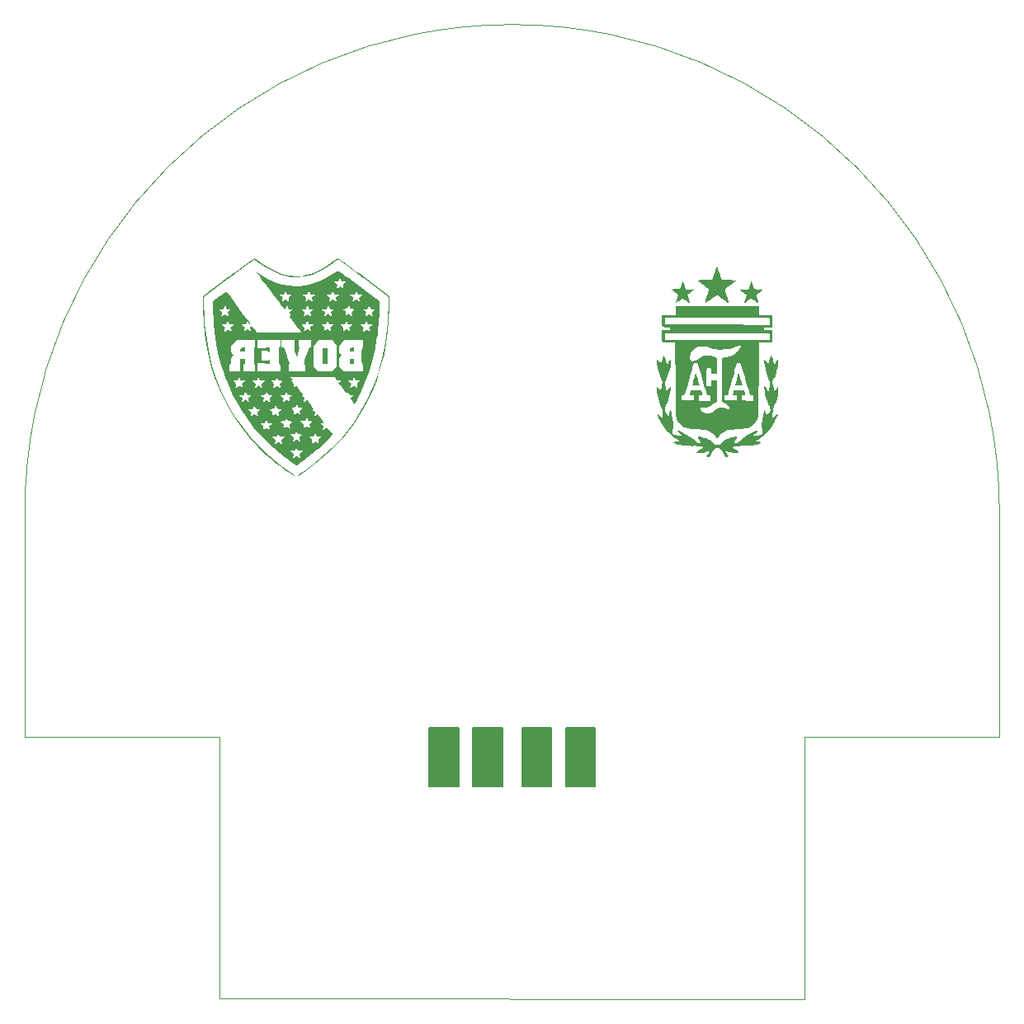
<source format=gbr>
%TF.GenerationSoftware,KiCad,Pcbnew,7.0.1*%
%TF.CreationDate,2023-08-29T23:28:33-03:00*%
%TF.ProjectId,BoverJr_PCBWAY,426f7665-724a-4725-9f50-43425741592e,rev?*%
%TF.SameCoordinates,Original*%
%TF.FileFunction,Paste,Bot*%
%TF.FilePolarity,Positive*%
%FSLAX46Y46*%
G04 Gerber Fmt 4.6, Leading zero omitted, Abs format (unit mm)*
G04 Created by KiCad (PCBNEW 7.0.1) date 2023-08-29 23:28:33*
%MOMM*%
%LPD*%
G01*
G04 APERTURE LIST*
%ADD10C,0.150000*%
%TA.AperFunction,Profile*%
%ADD11C,0.100000*%
%TD*%
G04 APERTURE END LIST*
D10*
X146000000Y-102000000D02*
X149000000Y-102000000D01*
X149000000Y-108000000D01*
X146000000Y-108000000D01*
X146000000Y-102000000D01*
G36*
X146000000Y-102000000D02*
G01*
X149000000Y-102000000D01*
X149000000Y-108000000D01*
X146000000Y-108000000D01*
X146000000Y-102000000D01*
G37*
X141500000Y-102000000D02*
X144500000Y-102000000D01*
X144500000Y-108000000D01*
X141500000Y-108000000D01*
X141500000Y-102000000D01*
G36*
X141500000Y-102000000D02*
G01*
X144500000Y-102000000D01*
X144500000Y-108000000D01*
X141500000Y-108000000D01*
X141500000Y-102000000D01*
G37*
X151000000Y-102000000D02*
X154000000Y-102000000D01*
X154000000Y-108000000D01*
X151000000Y-108000000D01*
X151000000Y-102000000D01*
G36*
X151000000Y-102000000D02*
G01*
X154000000Y-102000000D01*
X154000000Y-108000000D01*
X151000000Y-108000000D01*
X151000000Y-102000000D01*
G37*
X155500000Y-102000000D02*
X158500000Y-102000000D01*
X158500000Y-108000000D01*
X155500000Y-108000000D01*
X155500000Y-102000000D01*
G36*
X155500000Y-102000000D02*
G01*
X158500000Y-102000000D01*
X158500000Y-108000000D01*
X155500000Y-108000000D01*
X155500000Y-102000000D01*
G37*
%TO.C,G3*%
G36*
X168890453Y-65691846D02*
G01*
X168922021Y-65799270D01*
X168974323Y-65975875D01*
X169035049Y-66179900D01*
X169096507Y-66385461D01*
X169234142Y-66844615D01*
X168866610Y-66844615D01*
X168733151Y-66843210D01*
X168596666Y-66835452D01*
X168521863Y-66819749D01*
X168499077Y-66794789D01*
X168504939Y-66756647D01*
X168526473Y-66653483D01*
X168560241Y-66503520D01*
X168602432Y-66322814D01*
X168649237Y-66127422D01*
X168696849Y-65933400D01*
X168741458Y-65756805D01*
X168779254Y-65613692D01*
X168822034Y-65457384D01*
X168890453Y-65691846D01*
G37*
G36*
X173238962Y-65560723D02*
G01*
X173270393Y-65637877D01*
X173315033Y-65763969D01*
X173368367Y-65924522D01*
X173425882Y-66105059D01*
X173483062Y-66291104D01*
X173535393Y-66468178D01*
X173578362Y-66621805D01*
X173607454Y-66737509D01*
X173618154Y-66800811D01*
X173617898Y-66803101D01*
X173573078Y-66826180D01*
X173451042Y-66840010D01*
X173251593Y-66844615D01*
X172885031Y-66844615D01*
X173042121Y-66209615D01*
X173081391Y-66053278D01*
X173132187Y-65858378D01*
X173175711Y-65699706D01*
X173208294Y-65590515D01*
X173226269Y-65544059D01*
X173238962Y-65560723D01*
G37*
G36*
X167540213Y-56183536D02*
G01*
X167578139Y-56271417D01*
X167627767Y-56405293D01*
X167682657Y-56568540D01*
X167807808Y-56958154D01*
X168251135Y-56958154D01*
X168412726Y-56960182D01*
X168558738Y-56966417D01*
X168657605Y-56975852D01*
X168693827Y-56987461D01*
X168690559Y-56994242D01*
X168643204Y-57040203D01*
X168551313Y-57113927D01*
X168430058Y-57203014D01*
X168401733Y-57223099D01*
X168267676Y-57319055D01*
X168153099Y-57402410D01*
X168080247Y-57457014D01*
X167993571Y-57524769D01*
X168124500Y-57935077D01*
X168169017Y-58077636D01*
X168210964Y-58219480D01*
X168237367Y-58318238D01*
X168243830Y-58358320D01*
X168243785Y-58358370D01*
X168209044Y-58355603D01*
X168130384Y-58313021D01*
X168002393Y-58227264D01*
X167819659Y-58094972D01*
X167772259Y-58060436D01*
X167650671Y-57976681D01*
X167556506Y-57918694D01*
X167507044Y-57897395D01*
X167476494Y-57910413D01*
X167392289Y-57962155D01*
X167272252Y-58044081D01*
X167131385Y-58146254D01*
X167020797Y-58225718D01*
X166903603Y-58302224D01*
X166821819Y-58346253D01*
X166788555Y-58350013D01*
X166789437Y-58329412D01*
X166808388Y-58243967D01*
X166845627Y-58113584D01*
X166896016Y-57957054D01*
X166923852Y-57873382D01*
X166970224Y-57726735D01*
X167002222Y-57615483D01*
X167014154Y-57558823D01*
X166997600Y-57531559D01*
X166928944Y-57464246D01*
X166819289Y-57372673D01*
X166682000Y-57268520D01*
X166577687Y-57191042D01*
X166459952Y-57098619D01*
X166379584Y-57029268D01*
X166349846Y-56993954D01*
X166378520Y-56981408D01*
X166470983Y-56967961D01*
X166612120Y-56956851D01*
X166786278Y-56949664D01*
X167222709Y-56938615D01*
X167356231Y-56537833D01*
X167403636Y-56402875D01*
X167456397Y-56270280D01*
X167498481Y-56183918D01*
X167523630Y-56157989D01*
X167540213Y-56183536D01*
G37*
G36*
X174543064Y-56173925D02*
G01*
X174575292Y-56239439D01*
X174621873Y-56350420D01*
X174675915Y-56488577D01*
X174730529Y-56635618D01*
X174778823Y-56773254D01*
X174813908Y-56883193D01*
X174828893Y-56947144D01*
X174864457Y-56951263D01*
X174963132Y-56956355D01*
X175109639Y-56961712D01*
X175288693Y-56966683D01*
X175747846Y-56977692D01*
X175415693Y-57225443D01*
X175310642Y-57304136D01*
X175185734Y-57398691D01*
X175094280Y-57469123D01*
X175050945Y-57504221D01*
X175046695Y-57529533D01*
X175059342Y-57617600D01*
X175091308Y-57750661D01*
X175138868Y-57911476D01*
X175173140Y-58020066D01*
X175217601Y-58166702D01*
X175248076Y-58274727D01*
X175259385Y-58326313D01*
X175258834Y-58338311D01*
X175248413Y-58357421D01*
X175216782Y-58351691D01*
X175153603Y-58315621D01*
X175048538Y-58243711D01*
X174891250Y-58130461D01*
X174794875Y-58061477D01*
X174670811Y-57976103D01*
X174579712Y-57917665D01*
X174536462Y-57896000D01*
X174510989Y-57907402D01*
X174431880Y-57956511D01*
X174315328Y-58035473D01*
X174176062Y-58134539D01*
X174072476Y-58207642D01*
X173950561Y-58287305D01*
X173862597Y-58336987D01*
X173822776Y-58348108D01*
X173821411Y-58320540D01*
X173838966Y-58231112D01*
X173874985Y-58096740D01*
X173925365Y-57933976D01*
X173964182Y-57811215D01*
X174005675Y-57666704D01*
X174030472Y-57562442D01*
X174034201Y-57515252D01*
X174012376Y-57494906D01*
X173936855Y-57436004D01*
X173821775Y-57351194D01*
X173681507Y-57251231D01*
X173577626Y-57176895D01*
X173458420Y-57087363D01*
X173376735Y-57020678D01*
X173346075Y-56987461D01*
X173377070Y-56976667D01*
X173471664Y-56967059D01*
X173614693Y-56960549D01*
X173790744Y-56958154D01*
X174236872Y-56958154D01*
X174368105Y-56564454D01*
X174412093Y-56437637D01*
X174465329Y-56298039D01*
X174508080Y-56201561D01*
X174533846Y-56163915D01*
X174543064Y-56173925D01*
G37*
G36*
X171046396Y-54669361D02*
G01*
X171087473Y-54763585D01*
X171142952Y-54918371D01*
X171216134Y-55141077D01*
X171261650Y-55281532D01*
X171328130Y-55482557D01*
X171389188Y-55662893D01*
X171435787Y-55795615D01*
X171517529Y-56020308D01*
X172255226Y-56020308D01*
X172266882Y-56020312D01*
X172496150Y-56022099D01*
X172695428Y-56026776D01*
X172852677Y-56033810D01*
X172955855Y-56042672D01*
X172992923Y-56052831D01*
X172963560Y-56084250D01*
X172880336Y-56153516D01*
X172753177Y-56252738D01*
X172592011Y-56374170D01*
X172406770Y-56510065D01*
X172224201Y-56644167D01*
X172062543Y-56766463D01*
X171934766Y-56866939D01*
X171850810Y-56937776D01*
X171820616Y-56971155D01*
X171829493Y-57008783D01*
X171859206Y-57110561D01*
X171906051Y-57262870D01*
X171966129Y-57453056D01*
X172035539Y-57668462D01*
X172096338Y-57857146D01*
X172157902Y-58052237D01*
X172206717Y-58211465D01*
X172238874Y-58322045D01*
X172250462Y-58371190D01*
X172250326Y-58374466D01*
X172241466Y-58386573D01*
X172213570Y-58380187D01*
X172159381Y-58350589D01*
X172071639Y-58293060D01*
X171943086Y-58202881D01*
X171766464Y-58075332D01*
X171534514Y-57905695D01*
X171426830Y-57827885D01*
X171264521Y-57715437D01*
X171129378Y-57627752D01*
X171033112Y-57572304D01*
X170987437Y-57556567D01*
X170950384Y-57579236D01*
X170858712Y-57641706D01*
X170724854Y-57735791D01*
X170559857Y-57853717D01*
X170374770Y-57987707D01*
X170269462Y-58063723D01*
X170070745Y-58202177D01*
X169923635Y-58296739D01*
X169831109Y-58345562D01*
X169796142Y-58346800D01*
X169802365Y-58301470D01*
X169829817Y-58192504D01*
X169875258Y-58034122D01*
X169934974Y-57839216D01*
X170005255Y-57620676D01*
X170060606Y-57448469D01*
X170123492Y-57239856D01*
X170167440Y-57076610D01*
X170189974Y-56968134D01*
X170188621Y-56923830D01*
X170165705Y-56908886D01*
X170047000Y-56827686D01*
X169899697Y-56722614D01*
X169735294Y-56602373D01*
X169565286Y-56475664D01*
X169401169Y-56351186D01*
X169254441Y-56237641D01*
X169136597Y-56143731D01*
X169059134Y-56078155D01*
X169033547Y-56049615D01*
X169033773Y-56049302D01*
X169078761Y-56040152D01*
X169189070Y-56032194D01*
X169352276Y-56025912D01*
X169555953Y-56021789D01*
X169787676Y-56020308D01*
X170524586Y-56020308D01*
X170748022Y-55346231D01*
X170815178Y-55144727D01*
X170880715Y-54950415D01*
X170934645Y-54793004D01*
X170972700Y-54684941D01*
X170990614Y-54638674D01*
X170994231Y-54633163D01*
X171016416Y-54628339D01*
X171046396Y-54669361D01*
G37*
G36*
X176705231Y-60342489D02*
G01*
X176705231Y-60865846D01*
X176275385Y-60865846D01*
X175845539Y-60865846D01*
X175845539Y-61022154D01*
X175845539Y-61178461D01*
X176275385Y-61178461D01*
X176705231Y-61178461D01*
X176705231Y-61779973D01*
X176704918Y-61895541D01*
X176704781Y-61946226D01*
X176701946Y-62133287D01*
X176695518Y-62261327D01*
X176684372Y-62341734D01*
X176667381Y-62385896D01*
X176643420Y-62405204D01*
X176612833Y-62410562D01*
X176510889Y-62417855D01*
X176355026Y-62423675D01*
X176159868Y-62427529D01*
X175940035Y-62428923D01*
X175298462Y-62428923D01*
X175298462Y-62658383D01*
X175298462Y-66094977D01*
X175298270Y-66584257D01*
X175297236Y-67263983D01*
X175295303Y-67866747D01*
X175292460Y-68393265D01*
X175292340Y-68407692D01*
X175288701Y-68844254D01*
X175284019Y-69220430D01*
X175278404Y-69522510D01*
X175271849Y-69751208D01*
X175264347Y-69907243D01*
X175255889Y-69991329D01*
X175176737Y-70273243D01*
X175021607Y-70573402D01*
X174805499Y-70830061D01*
X174534180Y-71036607D01*
X174213416Y-71186431D01*
X174116673Y-71214775D01*
X173977385Y-71242166D01*
X173797629Y-71264933D01*
X173564841Y-71284619D01*
X173266462Y-71302766D01*
X172926464Y-71324003D01*
X172617399Y-71351888D01*
X172363034Y-71386621D01*
X172151129Y-71430299D01*
X171969447Y-71485015D01*
X171805750Y-71552867D01*
X171687085Y-71616625D01*
X171470064Y-71768671D01*
X171275771Y-71947198D01*
X171130760Y-72129520D01*
X171034288Y-72282342D01*
X170883423Y-72074171D01*
X170858087Y-72039831D01*
X170692146Y-71848458D01*
X170503994Y-71695458D01*
X170265870Y-71557606D01*
X170239390Y-71544442D01*
X170084897Y-71478274D01*
X169915066Y-71425484D01*
X169717341Y-71383852D01*
X169479164Y-71351154D01*
X169187980Y-71325169D01*
X168831231Y-71303672D01*
X168634082Y-71292836D01*
X168356602Y-71272790D01*
X168135703Y-71248176D01*
X167957855Y-71216329D01*
X167809524Y-71174583D01*
X167677178Y-71120271D01*
X167547284Y-71050727D01*
X167530641Y-71040720D01*
X167341492Y-70896056D01*
X167157079Y-70706100D01*
X166999628Y-70496530D01*
X166891368Y-70293023D01*
X166879515Y-70262707D01*
X166860649Y-70209324D01*
X166844920Y-70151935D01*
X166831914Y-70083127D01*
X166821215Y-69995484D01*
X166812408Y-69881594D01*
X166805081Y-69734041D01*
X166798816Y-69545411D01*
X166793201Y-69308291D01*
X166787821Y-69015267D01*
X166782260Y-68658923D01*
X166776104Y-68231846D01*
X166773929Y-68072721D01*
X166772027Y-67915934D01*
X167366805Y-67915934D01*
X167369712Y-68020946D01*
X167390696Y-68187315D01*
X167415546Y-68368615D01*
X168015927Y-68368615D01*
X168616308Y-68368615D01*
X168616308Y-68095077D01*
X168616308Y-67821538D01*
X168416687Y-67821538D01*
X168330196Y-67820533D01*
X168256632Y-67811334D01*
X168231796Y-67785237D01*
X168238173Y-67733615D01*
X168240066Y-67725599D01*
X168262234Y-67621797D01*
X168285835Y-67499154D01*
X168312390Y-67352615D01*
X168867946Y-67352615D01*
X169423501Y-67352615D01*
X169469951Y-67553850D01*
X169486311Y-67632162D01*
X169500332Y-67728253D01*
X169498131Y-67773356D01*
X169484928Y-67779598D01*
X169412176Y-67796008D01*
X169302084Y-67811664D01*
X169124308Y-67831702D01*
X169124308Y-68119697D01*
X169124308Y-68407692D01*
X169730000Y-68407692D01*
X170335693Y-68407692D01*
X170335693Y-68114615D01*
X170335693Y-67821538D01*
X170182193Y-67821538D01*
X170028694Y-67821538D01*
X169814061Y-67147461D01*
X169783190Y-67050423D01*
X169699314Y-66786224D01*
X169601744Y-66478306D01*
X169497252Y-66148067D01*
X169392611Y-65816909D01*
X169294596Y-65506231D01*
X168989763Y-64539077D01*
X168810472Y-64539077D01*
X168631180Y-64539077D01*
X168505746Y-64998231D01*
X168499998Y-65019265D01*
X168453726Y-65188355D01*
X168391380Y-65415889D01*
X168316951Y-65687321D01*
X168234428Y-65988106D01*
X168147799Y-66303701D01*
X168061054Y-66619560D01*
X167741797Y-67781735D01*
X167553822Y-67806671D01*
X167535051Y-67809185D01*
X167442624Y-67826040D01*
X167388825Y-67856294D01*
X167366805Y-67915934D01*
X166772027Y-67915934D01*
X166768217Y-67601924D01*
X166762780Y-67080458D01*
X166757777Y-66528319D01*
X166753371Y-65965506D01*
X166749722Y-65412016D01*
X166746992Y-64887848D01*
X166745341Y-64412999D01*
X166744340Y-63993173D01*
X168252535Y-63993173D01*
X168257972Y-64118670D01*
X168278970Y-64200611D01*
X168319518Y-64261171D01*
X168357219Y-64296121D01*
X168464865Y-64342390D01*
X168602932Y-64336387D01*
X168776770Y-64276554D01*
X168991728Y-64161333D01*
X169253155Y-63989163D01*
X169304094Y-63954164D01*
X169500056Y-63838342D01*
X169687320Y-63765839D01*
X169881320Y-63735528D01*
X170097491Y-63746281D01*
X170351265Y-63796968D01*
X170658077Y-63886463D01*
X171039077Y-64008619D01*
X171039077Y-64840463D01*
X171039077Y-65672308D01*
X170746000Y-65672308D01*
X170452923Y-65672308D01*
X170452923Y-65384069D01*
X170452923Y-65095831D01*
X170228231Y-65076350D01*
X170130709Y-65069724D01*
X170026392Y-65067758D01*
X169974231Y-65073817D01*
X169969061Y-65091176D01*
X169961299Y-65175880D01*
X169954657Y-65320865D01*
X169949481Y-65515057D01*
X169946121Y-65747382D01*
X169944923Y-66006768D01*
X169944923Y-66922769D01*
X170198923Y-66922769D01*
X170452923Y-66922769D01*
X170452923Y-66610154D01*
X170452923Y-66297538D01*
X170746600Y-66297538D01*
X171040276Y-66297538D01*
X171029907Y-67415837D01*
X171020711Y-68407692D01*
X171019539Y-68534136D01*
X170835382Y-68606458D01*
X170783159Y-68629483D01*
X170645815Y-68701115D01*
X170482461Y-68796178D01*
X170318152Y-68900435D01*
X170276929Y-68927815D01*
X170136334Y-69018624D01*
X170036964Y-69073923D01*
X169960092Y-69100841D01*
X169886988Y-69106506D01*
X169798924Y-69098046D01*
X169744341Y-69090513D01*
X169620171Y-69070097D01*
X169534616Y-69051591D01*
X169455557Y-69051447D01*
X169363375Y-69108176D01*
X169302879Y-69214089D01*
X169302527Y-69215309D01*
X169313068Y-69309384D01*
X169381060Y-69419267D01*
X169493070Y-69528541D01*
X169635667Y-69620790D01*
X169810448Y-69677714D01*
X170027677Y-69697379D01*
X170251065Y-69677174D01*
X170449622Y-69617233D01*
X170515303Y-69583154D01*
X170657961Y-69490631D01*
X170787077Y-69386944D01*
X170958551Y-69243563D01*
X171113482Y-69153416D01*
X171275277Y-69107237D01*
X171468923Y-69094300D01*
X171564911Y-69096806D01*
X171738683Y-69122253D01*
X171887444Y-69180907D01*
X171945550Y-69209853D01*
X172087724Y-69259299D01*
X172186787Y-69252216D01*
X172250705Y-69188776D01*
X172267452Y-69143135D01*
X172257420Y-69024832D01*
X172185752Y-68899180D01*
X172061824Y-68776430D01*
X171895009Y-68666835D01*
X171694681Y-68580647D01*
X171508000Y-68518642D01*
X171508000Y-68368615D01*
X171820616Y-68368615D01*
X172426308Y-68368615D01*
X173032000Y-68368615D01*
X173032000Y-68095077D01*
X173032000Y-67821538D01*
X172836616Y-67821538D01*
X172752681Y-67820963D01*
X172679712Y-67810112D01*
X172650554Y-67772545D01*
X172656044Y-67691692D01*
X172687019Y-67550981D01*
X172732808Y-67352615D01*
X173286000Y-67352615D01*
X173839193Y-67352615D01*
X173885107Y-67551527D01*
X173900383Y-67626830D01*
X173913351Y-67730376D01*
X173909051Y-67785989D01*
X173896439Y-67795694D01*
X173823402Y-67814194D01*
X173713540Y-67821538D01*
X173540000Y-67821538D01*
X173540000Y-68089225D01*
X173540000Y-68356912D01*
X173897696Y-68382302D01*
X173942374Y-68385347D01*
X174144865Y-68396715D01*
X174344348Y-68404686D01*
X174503388Y-68407692D01*
X174751385Y-68407692D01*
X174751385Y-68114615D01*
X174751385Y-67821538D01*
X174597374Y-67821538D01*
X174443364Y-67821538D01*
X174209520Y-67088846D01*
X174194565Y-67041967D01*
X174106212Y-66764388D01*
X174003737Y-66441625D01*
X173894927Y-66098249D01*
X173787570Y-65758831D01*
X173689454Y-65447942D01*
X173403231Y-64539731D01*
X173238529Y-64539404D01*
X173206778Y-64539874D01*
X173095079Y-64558302D01*
X173038562Y-64607461D01*
X173033884Y-64619301D01*
X173008826Y-64698407D01*
X172966700Y-64841289D01*
X172909871Y-65039575D01*
X172840707Y-65284897D01*
X172761572Y-65568886D01*
X172674834Y-65883172D01*
X172582858Y-66219384D01*
X172544358Y-66360178D01*
X172454111Y-66685864D01*
X172369680Y-66984655D01*
X172293459Y-67248451D01*
X172227839Y-67469148D01*
X172175214Y-67638645D01*
X172137975Y-67748840D01*
X172118517Y-67791632D01*
X172118014Y-67791956D01*
X172049568Y-67812193D01*
X171947616Y-67820940D01*
X171820616Y-67821538D01*
X171820616Y-68095077D01*
X171820616Y-68368615D01*
X171508000Y-68368615D01*
X171508000Y-66281662D01*
X171508000Y-64044682D01*
X171889000Y-63963672D01*
X171916927Y-63957705D01*
X172192739Y-63893771D01*
X172409679Y-63829986D01*
X172584954Y-63758018D01*
X172735772Y-63669532D01*
X172879339Y-63556194D01*
X173032863Y-63409672D01*
X173156203Y-63275211D01*
X173280796Y-63119602D01*
X173388112Y-62966309D01*
X173469249Y-62829137D01*
X173515303Y-62721894D01*
X173517371Y-62658383D01*
X173509879Y-62656229D01*
X173449101Y-62672785D01*
X173342518Y-62716606D01*
X173207124Y-62780978D01*
X172819687Y-62943046D01*
X172345247Y-63070183D01*
X171842707Y-63137938D01*
X171325079Y-63145438D01*
X170805377Y-63091810D01*
X170296616Y-62976181D01*
X170266064Y-62967269D01*
X169904220Y-62877244D01*
X169592842Y-62832442D01*
X169320310Y-62831895D01*
X169075001Y-62874638D01*
X168800125Y-62979768D01*
X168571177Y-63138361D01*
X168403331Y-63345457D01*
X168297508Y-63599905D01*
X168254627Y-63900555D01*
X168252535Y-63993173D01*
X166744340Y-63993173D01*
X166740616Y-62430768D01*
X166066539Y-62420076D01*
X165392462Y-62409384D01*
X165388021Y-62155384D01*
X165646462Y-62155384D01*
X171013026Y-62155384D01*
X171405848Y-62155315D01*
X172034710Y-62154908D01*
X172639336Y-62154156D01*
X173215234Y-62153081D01*
X173757910Y-62151705D01*
X174262872Y-62150049D01*
X174725625Y-62148135D01*
X175141677Y-62145984D01*
X175506535Y-62143619D01*
X175815704Y-62141061D01*
X176064693Y-62138331D01*
X176249008Y-62135453D01*
X176364155Y-62132446D01*
X176405641Y-62129333D01*
X176414797Y-62106570D01*
X176425595Y-62020261D01*
X176430281Y-61895541D01*
X176428794Y-61757310D01*
X176421075Y-61630470D01*
X176407063Y-61539923D01*
X176383501Y-61452000D01*
X171014981Y-61452000D01*
X165646462Y-61452000D01*
X165646462Y-61803692D01*
X165646462Y-62155384D01*
X165388021Y-62155384D01*
X165381700Y-61793923D01*
X165370939Y-61178461D01*
X165801777Y-61178461D01*
X166232616Y-61178461D01*
X166232616Y-61023476D01*
X166232616Y-60868490D01*
X165812539Y-60857399D01*
X165392462Y-60846308D01*
X165388021Y-60592308D01*
X165646462Y-60592308D01*
X170368529Y-60592308D01*
X170725352Y-60592376D01*
X171333753Y-60592810D01*
X171926258Y-60593621D01*
X172497206Y-60594782D01*
X173040938Y-60596269D01*
X173551793Y-60598055D01*
X174024113Y-60600114D01*
X174452237Y-60602420D01*
X174830506Y-60604949D01*
X175153261Y-60607673D01*
X175414840Y-60610568D01*
X175609585Y-60613607D01*
X175731836Y-60616765D01*
X175882643Y-60621624D01*
X176081757Y-60625028D01*
X176243878Y-60624178D01*
X176355316Y-60619209D01*
X176402385Y-60610252D01*
X176414777Y-60573491D01*
X176425497Y-60475407D01*
X176430264Y-60342489D01*
X176428900Y-60198948D01*
X176421226Y-60068996D01*
X176407063Y-59976846D01*
X176383501Y-59888923D01*
X171014981Y-59888923D01*
X165646462Y-59888923D01*
X165646462Y-60240615D01*
X165646462Y-60592308D01*
X165388021Y-60592308D01*
X165381700Y-60230846D01*
X165370939Y-59615384D01*
X166076662Y-59615384D01*
X166782384Y-59615384D01*
X166756732Y-59422010D01*
X166748604Y-59319234D01*
X166747705Y-59144405D01*
X166758497Y-58972625D01*
X166785913Y-58716615D01*
X171042188Y-58716615D01*
X175298462Y-58716615D01*
X175298462Y-59166000D01*
X175298462Y-59615384D01*
X176001846Y-59615384D01*
X176705231Y-59615384D01*
X176705231Y-60240615D01*
X176705231Y-60342489D01*
G37*
G36*
X176609205Y-63812095D02*
G01*
X176631299Y-63849347D01*
X176682985Y-63967316D01*
X176743004Y-64133076D01*
X176804928Y-64328281D01*
X176862329Y-64534584D01*
X176906470Y-64705937D01*
X177003905Y-64495634D01*
X177025984Y-64449214D01*
X177115146Y-64287515D01*
X177194610Y-64184477D01*
X177258364Y-64148308D01*
X177269247Y-64155247D01*
X177286006Y-64219846D01*
X177291414Y-64339953D01*
X177286199Y-64500428D01*
X177271085Y-64686129D01*
X177246798Y-64881912D01*
X177214064Y-65072636D01*
X177137103Y-65408322D01*
X176992389Y-65870000D01*
X176816628Y-66263492D01*
X176688779Y-66503361D01*
X176799839Y-66937757D01*
X176841755Y-67096361D01*
X176884614Y-67247184D01*
X176918739Y-67355111D01*
X176939193Y-67403635D01*
X176944504Y-67407044D01*
X176978550Y-67382216D01*
X177018451Y-67305943D01*
X177037515Y-67261950D01*
X177101077Y-67144737D01*
X177174849Y-67035279D01*
X177243920Y-66954361D01*
X177293374Y-66922769D01*
X177307051Y-66933217D01*
X177323897Y-67003754D01*
X177329585Y-67127504D01*
X177324784Y-67288789D01*
X177310163Y-67471932D01*
X177286394Y-67661254D01*
X177254145Y-67841077D01*
X177182947Y-68138664D01*
X177083535Y-68477311D01*
X176974123Y-68782654D01*
X176862070Y-69032339D01*
X176846541Y-69062788D01*
X176803004Y-69158787D01*
X176773620Y-69253253D01*
X176754699Y-69366106D01*
X176742552Y-69517269D01*
X176733490Y-69726662D01*
X176716401Y-70205477D01*
X176898852Y-70034815D01*
X177039610Y-69909973D01*
X177156745Y-69824158D01*
X177228159Y-69797596D01*
X177252308Y-69831178D01*
X177251566Y-69846342D01*
X177222404Y-69963936D01*
X177156082Y-70128918D01*
X177059871Y-70327758D01*
X176941041Y-70546925D01*
X176806862Y-70772890D01*
X176664606Y-70992122D01*
X176521543Y-71191092D01*
X176360963Y-71384702D01*
X176147776Y-71612533D01*
X175911815Y-71842033D01*
X175670428Y-72057103D01*
X175440963Y-72241644D01*
X175240769Y-72379558D01*
X174910063Y-72580500D01*
X175199325Y-72595107D01*
X175283258Y-72600041D01*
X175427585Y-72615621D01*
X175507240Y-72640281D01*
X175531617Y-72678205D01*
X175510113Y-72733581D01*
X175474199Y-72769147D01*
X175356857Y-72827328D01*
X175176835Y-72881540D01*
X174943855Y-72930176D01*
X174667637Y-72971627D01*
X174357903Y-73004287D01*
X174024373Y-73026546D01*
X173676770Y-73036798D01*
X173441520Y-73040751D01*
X173211883Y-73049611D01*
X173032813Y-73064117D01*
X172889155Y-73085575D01*
X172765752Y-73115291D01*
X172519043Y-73186767D01*
X172785291Y-73340550D01*
X172939700Y-73433704D01*
X173101916Y-73547497D01*
X173196615Y-73640134D01*
X173227385Y-73714651D01*
X173225539Y-73726919D01*
X173201450Y-73748174D01*
X173139002Y-73758586D01*
X173025034Y-73759447D01*
X172846385Y-73752049D01*
X172661747Y-73737948D01*
X172429025Y-73701643D01*
X172194036Y-73639249D01*
X171924548Y-73543474D01*
X171913132Y-73540527D01*
X171904863Y-73564379D01*
X171944049Y-73642481D01*
X172032009Y-73777704D01*
X172055105Y-73811906D01*
X172134668Y-73937825D01*
X172190391Y-74038912D01*
X172211385Y-74095854D01*
X172207224Y-74114017D01*
X172157090Y-74143104D01*
X172041481Y-74152000D01*
X171871578Y-74152000D01*
X171731412Y-73868692D01*
X171727592Y-73861013D01*
X171638044Y-73697698D01*
X171538171Y-73539374D01*
X171448886Y-73419308D01*
X171364606Y-73326354D01*
X171295034Y-73276374D01*
X171209992Y-73256678D01*
X171078154Y-73253231D01*
X170947466Y-73256576D01*
X170862077Y-73276015D01*
X170792504Y-73325581D01*
X170707422Y-73419308D01*
X170703543Y-73423876D01*
X170613236Y-73546638D01*
X170513382Y-73705998D01*
X170424896Y-73868692D01*
X170284730Y-74152000D01*
X170114827Y-74152000D01*
X170092698Y-74151730D01*
X169994799Y-74137777D01*
X169950157Y-74097431D01*
X169959230Y-74023428D01*
X170022472Y-73908506D01*
X170140340Y-73745403D01*
X170335757Y-73490442D01*
X170157998Y-73566638D01*
X170045778Y-73611450D01*
X169639194Y-73723171D01*
X169226129Y-73761231D01*
X169137184Y-73760395D01*
X169013064Y-73752924D01*
X168947854Y-73735786D01*
X168928923Y-73706663D01*
X168932149Y-73689453D01*
X168983726Y-73614793D01*
X169087618Y-73520581D01*
X169230135Y-73418147D01*
X169397587Y-73318822D01*
X169488349Y-73264608D01*
X169556135Y-73210418D01*
X169568946Y-73177666D01*
X169547127Y-73161816D01*
X169434755Y-73116517D01*
X169269708Y-73079286D01*
X169071164Y-73052915D01*
X168858301Y-73040198D01*
X168650298Y-73043926D01*
X168444048Y-73049842D01*
X168163595Y-73041453D01*
X167862201Y-73018368D01*
X167556380Y-72982875D01*
X167262647Y-72937261D01*
X166997517Y-72883813D01*
X166777506Y-72824819D01*
X166619127Y-72762567D01*
X166611728Y-72758731D01*
X166537025Y-72715233D01*
X166524543Y-72686592D01*
X166565998Y-72656232D01*
X166567240Y-72655556D01*
X166643652Y-72632650D01*
X166770558Y-72611696D01*
X166921155Y-72597152D01*
X167203072Y-72579060D01*
X166864382Y-72355128D01*
X166736611Y-72263711D01*
X166510289Y-72077856D01*
X166265620Y-71853788D01*
X166018415Y-71607489D01*
X165784486Y-71354939D01*
X165579645Y-71112118D01*
X165419703Y-70895007D01*
X165401905Y-70867981D01*
X165276309Y-70664363D01*
X165155742Y-70448846D01*
X165049976Y-70240531D01*
X164968781Y-70058523D01*
X164921932Y-69921923D01*
X164915410Y-69889547D01*
X164924186Y-69824876D01*
X164979070Y-69823153D01*
X165080112Y-69884393D01*
X165227364Y-70008612D01*
X165439796Y-70202762D01*
X165422539Y-69725304D01*
X165417929Y-69606271D01*
X165408108Y-69433206D01*
X165393161Y-69306271D01*
X165368903Y-69204626D01*
X165331153Y-69107431D01*
X165275727Y-68993846D01*
X165205780Y-68844548D01*
X165084727Y-68525328D01*
X164980245Y-68172510D01*
X164898459Y-67811118D01*
X164845493Y-67466173D01*
X164827473Y-67162698D01*
X164829100Y-66864154D01*
X164962816Y-67015553D01*
X165003401Y-67065144D01*
X165087448Y-67190585D01*
X165141253Y-67302458D01*
X165150048Y-67327006D01*
X165185949Y-67394446D01*
X165215052Y-67405059D01*
X165232997Y-67363929D01*
X165266207Y-67260746D01*
X165308560Y-67113106D01*
X165355094Y-66937580D01*
X165466057Y-66503007D01*
X165325759Y-66234195D01*
X165286429Y-66155584D01*
X165144645Y-65813931D01*
X165021444Y-65422970D01*
X164924151Y-65005111D01*
X164900533Y-64863203D01*
X164878223Y-64674422D01*
X164864915Y-64491063D01*
X164861396Y-64331071D01*
X164868451Y-64212393D01*
X164886864Y-64152974D01*
X164892343Y-64149726D01*
X164937578Y-64170306D01*
X165003331Y-64238838D01*
X165076327Y-64337723D01*
X165143292Y-64449363D01*
X165190954Y-64556158D01*
X165245085Y-64714923D01*
X165291602Y-64539077D01*
X165330046Y-64399058D01*
X165394908Y-64184127D01*
X165456789Y-64003213D01*
X165510755Y-63870345D01*
X165551866Y-63799551D01*
X165562728Y-63788927D01*
X165596615Y-63777839D01*
X165631644Y-63817822D01*
X165679930Y-63920300D01*
X165709698Y-63998038D01*
X165760924Y-64163388D01*
X165800240Y-64327672D01*
X165806136Y-64358226D01*
X165841161Y-64538807D01*
X165866755Y-64649806D01*
X165889243Y-64697186D01*
X165914950Y-64686911D01*
X165950203Y-64624944D01*
X166001327Y-64517249D01*
X166063397Y-64399382D01*
X166143397Y-64272678D01*
X166212366Y-64188053D01*
X166310770Y-64095607D01*
X166310612Y-64268496D01*
X166310591Y-64275485D01*
X166291330Y-64558071D01*
X166240201Y-64883914D01*
X166163331Y-65228746D01*
X166066847Y-65568294D01*
X165956876Y-65878289D01*
X165839545Y-66134462D01*
X165746745Y-66332658D01*
X165690725Y-66546131D01*
X165689855Y-66763943D01*
X165740959Y-67014447D01*
X165758468Y-67080718D01*
X165795503Y-67236353D01*
X165821712Y-67366802D01*
X165847045Y-67517758D01*
X165956539Y-67288648D01*
X166014525Y-67179401D01*
X166096455Y-67051679D01*
X166168862Y-66964804D01*
X166271693Y-66870069D01*
X166271693Y-67045841D01*
X166258017Y-67281199D01*
X166210964Y-67599063D01*
X166135998Y-67941999D01*
X166038975Y-68286989D01*
X165925751Y-68611019D01*
X165802184Y-68891071D01*
X165775551Y-68945075D01*
X165709605Y-69092745D01*
X165663690Y-69216568D01*
X165646462Y-69294140D01*
X165653884Y-69331721D01*
X165694962Y-69435102D01*
X165763942Y-69572899D01*
X165851616Y-69725735D01*
X166056770Y-70061796D01*
X166080621Y-69850205D01*
X166090958Y-69778877D01*
X166126687Y-69617095D01*
X166170944Y-69482308D01*
X166205529Y-69408700D01*
X166236465Y-69372028D01*
X166265249Y-69385773D01*
X166296320Y-69456477D01*
X166334116Y-69590680D01*
X166383076Y-69794923D01*
X166467504Y-70224210D01*
X166522699Y-70721342D01*
X166523186Y-71175394D01*
X166468673Y-71580290D01*
X166460190Y-71630618D01*
X166467242Y-71733009D01*
X166519932Y-71812089D01*
X166626386Y-71873395D01*
X166794732Y-71922464D01*
X167033096Y-71964831D01*
X167436816Y-72024586D01*
X167205946Y-71777786D01*
X167110420Y-71671872D01*
X167013282Y-71547674D01*
X166976061Y-71470321D01*
X166999049Y-71440569D01*
X167082539Y-71459174D01*
X167105441Y-71468058D01*
X167280953Y-71545269D01*
X167496939Y-71651553D01*
X167731802Y-71775258D01*
X167963947Y-71904729D01*
X168171779Y-72028313D01*
X168333702Y-72134356D01*
X168371629Y-72161718D01*
X168543330Y-72294772D01*
X168713213Y-72438558D01*
X168849435Y-72566399D01*
X168873435Y-72590683D01*
X168975298Y-72689118D01*
X169054271Y-72758227D01*
X169094921Y-72784308D01*
X169101948Y-72783539D01*
X169167530Y-72764083D01*
X169264911Y-72726609D01*
X169403003Y-72668910D01*
X169284958Y-72521455D01*
X169225695Y-72439574D01*
X169152135Y-72316711D01*
X169094138Y-72197482D01*
X169061261Y-72102153D01*
X169063063Y-72050989D01*
X169098529Y-72050139D01*
X169195732Y-72068678D01*
X169338582Y-72103924D01*
X169511828Y-72151389D01*
X169700219Y-72206587D01*
X169888504Y-72265031D01*
X170061430Y-72322233D01*
X170203746Y-72373707D01*
X170300202Y-72414965D01*
X170414047Y-72487752D01*
X170551717Y-72599540D01*
X170678324Y-72723217D01*
X170740708Y-72790796D01*
X170826557Y-72874972D01*
X170896185Y-72919721D01*
X170972437Y-72937462D01*
X171078154Y-72940615D01*
X171141293Y-72939944D01*
X171227982Y-72930307D01*
X171297765Y-72899254D01*
X171373485Y-72834364D01*
X171477984Y-72723217D01*
X171598844Y-72604743D01*
X171736638Y-72492195D01*
X171856106Y-72415577D01*
X171875235Y-72406592D01*
X171979127Y-72365301D01*
X172129153Y-72311957D01*
X172308184Y-72251972D01*
X172499092Y-72190758D01*
X172684750Y-72133727D01*
X172848030Y-72086290D01*
X172971804Y-72053859D01*
X173038943Y-72041846D01*
X173065395Y-72053232D01*
X173075599Y-72113653D01*
X173050528Y-72212196D01*
X172996443Y-72333060D01*
X172919605Y-72460443D01*
X172826276Y-72578542D01*
X172745988Y-72665853D01*
X172887739Y-72725080D01*
X172914867Y-72736226D01*
X173005555Y-72770502D01*
X173054778Y-72784308D01*
X173084995Y-72764300D01*
X173161453Y-72700110D01*
X173270911Y-72602218D01*
X173400984Y-72481461D01*
X173504892Y-72388183D01*
X173795654Y-72161086D01*
X174127946Y-71939364D01*
X174477279Y-71738678D01*
X174819163Y-71574686D01*
X174866004Y-71554963D01*
X175037217Y-71488934D01*
X175142843Y-71462315D01*
X175183949Y-71477183D01*
X175161606Y-71535613D01*
X175076883Y-71639681D01*
X174930849Y-71791464D01*
X174871718Y-71851864D01*
X174783023Y-71948940D01*
X174731097Y-72015361D01*
X174725696Y-72039341D01*
X174751806Y-72036209D01*
X174845264Y-72021825D01*
X174985005Y-71998658D01*
X175151979Y-71969815D01*
X175222088Y-71957012D01*
X175412491Y-71914448D01*
X175539752Y-71870157D01*
X175615410Y-71820420D01*
X175631728Y-71803692D01*
X175662046Y-71763671D01*
X175677947Y-71713225D01*
X175680675Y-71635564D01*
X175671471Y-71513900D01*
X175651577Y-71331444D01*
X175649946Y-71316950D01*
X175627659Y-71043574D01*
X175627809Y-70792980D01*
X175650322Y-70516323D01*
X175655607Y-70470499D01*
X175685361Y-70257034D01*
X175723448Y-70033100D01*
X175766207Y-69816295D01*
X175809974Y-69624215D01*
X175851088Y-69474456D01*
X175885885Y-69384615D01*
X175889203Y-69379435D01*
X175923058Y-69376123D01*
X175963950Y-69434713D01*
X176006383Y-69541695D01*
X176044860Y-69683553D01*
X176073884Y-69846776D01*
X176103283Y-70068461D01*
X176187292Y-69912154D01*
X176216654Y-69859480D01*
X176301941Y-69717118D01*
X176390406Y-69580000D01*
X176432836Y-69510707D01*
X176488012Y-69392737D01*
X176509679Y-69303020D01*
X176503982Y-69265737D01*
X176469625Y-69157883D01*
X176411082Y-69013607D01*
X176336346Y-68853635D01*
X176288952Y-68753548D01*
X176160001Y-68427694D01*
X176048976Y-68069124D01*
X175962010Y-67702422D01*
X175905231Y-67352172D01*
X175884773Y-67042957D01*
X175884616Y-66870069D01*
X175987817Y-66964804D01*
X176045063Y-67031571D01*
X176125576Y-67154577D01*
X176198974Y-67294000D01*
X176306929Y-67528461D01*
X176333490Y-67372154D01*
X176347307Y-67297858D01*
X176379394Y-67144531D01*
X176415410Y-66987998D01*
X176454962Y-66798567D01*
X176468867Y-66627385D01*
X176449007Y-66468143D01*
X176391965Y-66295332D01*
X176294327Y-66083445D01*
X176198388Y-65866997D01*
X176079388Y-65530995D01*
X175977945Y-65167753D01*
X175901920Y-64806325D01*
X175859179Y-64475766D01*
X175857605Y-64454351D01*
X175852962Y-64279971D01*
X175869084Y-64179484D01*
X175906625Y-64152986D01*
X175966238Y-64200572D01*
X176048577Y-64322334D01*
X176154298Y-64518368D01*
X176213832Y-64632410D01*
X176252816Y-64691730D01*
X176275162Y-64696033D01*
X176289077Y-64653553D01*
X176290394Y-64646869D01*
X176337386Y-64414071D01*
X176375390Y-64241262D01*
X176408666Y-64111836D01*
X176441472Y-64009188D01*
X176478068Y-63916714D01*
X176510483Y-63843312D01*
X176546145Y-63780877D01*
X176574666Y-63773971D01*
X176609205Y-63812095D01*
G37*
%TO.C,G2*%
G36*
X122589349Y-63150000D02*
G01*
X122589349Y-63355479D01*
X122351381Y-63340239D01*
X122237009Y-63331394D01*
X122150695Y-63309156D01*
X122118320Y-63255746D01*
X122113412Y-63150000D01*
X122115480Y-63065759D01*
X122138203Y-63000829D01*
X122208011Y-62972551D01*
X122351381Y-62959760D01*
X122589349Y-62944520D01*
X122589349Y-63150000D01*
G37*
G36*
X133799606Y-63150000D02*
G01*
X133799606Y-63355479D01*
X133561638Y-63340239D01*
X133447266Y-63331394D01*
X133360951Y-63309156D01*
X133328577Y-63255746D01*
X133323669Y-63150000D01*
X133325737Y-63065759D01*
X133348460Y-63000829D01*
X133418268Y-62972551D01*
X133561638Y-62959760D01*
X133799606Y-62944520D01*
X133799606Y-63150000D01*
G37*
G36*
X133799606Y-64372260D02*
G01*
X133799606Y-64650000D01*
X133605346Y-64650000D01*
X133534643Y-64647009D01*
X133389632Y-64602671D01*
X133317503Y-64496203D01*
X133307912Y-64315989D01*
X133317663Y-64222762D01*
X133346036Y-64152748D01*
X133417947Y-64122733D01*
X133561638Y-64109760D01*
X133799606Y-64094520D01*
X133799606Y-64372260D01*
G37*
G36*
X131094951Y-63747900D02*
G01*
X131097111Y-63893769D01*
X131098537Y-64150247D01*
X131096662Y-64363656D01*
X131091733Y-64515029D01*
X131083999Y-64585400D01*
X131034763Y-64623422D01*
X130918472Y-64646673D01*
X130775192Y-64647090D01*
X130642964Y-64625010D01*
X130559828Y-64580770D01*
X130536017Y-64508979D01*
X130520032Y-64347006D01*
X130513466Y-64093036D01*
X130516120Y-63743270D01*
X130529980Y-62975000D01*
X130805523Y-62975000D01*
X131081065Y-62975000D01*
X131094951Y-63747900D01*
G37*
G36*
X123583223Y-53812939D02*
G01*
X123726193Y-53874812D01*
X123926456Y-54012758D01*
X124569263Y-54472538D01*
X125265163Y-54893258D01*
X125945028Y-55222552D01*
X126606007Y-55459231D01*
X127245246Y-55602110D01*
X127859894Y-55650000D01*
X128346604Y-55618876D01*
X128968285Y-55496919D01*
X129609543Y-55285271D01*
X130263506Y-54986719D01*
X130923299Y-54604052D01*
X131582051Y-54140058D01*
X131800160Y-53978264D01*
X131961120Y-53873863D01*
X132075825Y-53821265D01*
X132158186Y-53812563D01*
X132167194Y-53815686D01*
X132248840Y-53863787D01*
X132401434Y-53965599D01*
X132617860Y-54116010D01*
X132891007Y-54309909D01*
X133213759Y-54542186D01*
X133579003Y-54807728D01*
X133979627Y-55101424D01*
X134408515Y-55418164D01*
X134858555Y-55752835D01*
X137433679Y-57674343D01*
X137399445Y-58896777D01*
X137344723Y-60094094D01*
X137237574Y-61327913D01*
X137078517Y-62501899D01*
X136865128Y-63630833D01*
X136594984Y-64729497D01*
X136265663Y-65812672D01*
X136191080Y-66032475D01*
X135698831Y-67311117D01*
X135124669Y-68535254D01*
X134467577Y-69706222D01*
X133726535Y-70825355D01*
X132900525Y-71893988D01*
X131988528Y-72913455D01*
X130989526Y-73885090D01*
X129902499Y-74810230D01*
X128726430Y-75690207D01*
X128466523Y-75868735D01*
X128216450Y-76028196D01*
X128039587Y-76123610D01*
X127934512Y-76155727D01*
X127899803Y-76125294D01*
X127915969Y-76108060D01*
X127999497Y-76045071D01*
X128138124Y-75949496D01*
X128313713Y-75834097D01*
X128804046Y-75503006D01*
X129469392Y-75011173D01*
X130147533Y-74466422D01*
X130817438Y-73887091D01*
X131458075Y-73291518D01*
X132048415Y-72698042D01*
X132567426Y-72125000D01*
X132918803Y-71702251D01*
X133743763Y-70601206D01*
X134484116Y-69447309D01*
X135138991Y-68242416D01*
X135707512Y-66988382D01*
X136188806Y-65687064D01*
X136581999Y-64340318D01*
X136886218Y-62950000D01*
X136981568Y-62405720D01*
X137085070Y-61723438D01*
X137165299Y-61058359D01*
X137225181Y-60381348D01*
X137267644Y-59663273D01*
X137295615Y-58875000D01*
X137325569Y-57725000D01*
X134811013Y-55850000D01*
X134736744Y-55794631D01*
X134295874Y-55466391D01*
X133878315Y-55156234D01*
X133491177Y-54869396D01*
X133141570Y-54611111D01*
X132836603Y-54386614D01*
X132583384Y-54201141D01*
X132389024Y-54059926D01*
X132260630Y-53968205D01*
X132205312Y-53931212D01*
X132201625Y-53929577D01*
X132146168Y-53927175D01*
X132059893Y-53960380D01*
X131931039Y-54036030D01*
X131747849Y-54160957D01*
X131498563Y-54341997D01*
X131266172Y-54508990D01*
X130579055Y-54946384D01*
X129906602Y-55287176D01*
X129244757Y-55532395D01*
X128589460Y-55683068D01*
X127936656Y-55740226D01*
X127282284Y-55704895D01*
X126622288Y-55578106D01*
X126245263Y-55460457D01*
X125745180Y-55255641D01*
X125221905Y-54994070D01*
X124697648Y-54687017D01*
X124194618Y-54345757D01*
X124062456Y-54249324D01*
X123860540Y-54104350D01*
X123717474Y-54007987D01*
X123619061Y-53952931D01*
X123551103Y-53931877D01*
X123499402Y-53937522D01*
X123449762Y-53962562D01*
X123447728Y-53963831D01*
X123380708Y-54010756D01*
X123241308Y-54111735D01*
X123036816Y-54261391D01*
X122774519Y-54454344D01*
X122461705Y-54685217D01*
X122105663Y-54948631D01*
X121713679Y-55239208D01*
X121293043Y-55551570D01*
X120851042Y-55880338D01*
X118373059Y-57725000D01*
X118399773Y-58900000D01*
X118413653Y-59367133D01*
X118479037Y-60515311D01*
X118590029Y-61607318D01*
X118750211Y-62668522D01*
X118963163Y-63724293D01*
X119232465Y-64800000D01*
X119299038Y-65037753D01*
X119722477Y-66333380D01*
X120236290Y-67587824D01*
X120838570Y-68798497D01*
X121527410Y-69962815D01*
X122300902Y-71078193D01*
X123157138Y-72142045D01*
X124094211Y-73151786D01*
X125110213Y-74104830D01*
X126203236Y-74998593D01*
X127371374Y-75830489D01*
X127504872Y-75921818D01*
X127652835Y-76033249D01*
X127732364Y-76108727D01*
X127734603Y-76140690D01*
X127693919Y-76136963D01*
X127565964Y-76083065D01*
X127377166Y-75974240D01*
X127136939Y-75817589D01*
X126854693Y-75620213D01*
X126539842Y-75389216D01*
X126201798Y-75131698D01*
X125849972Y-74854761D01*
X125493776Y-74565508D01*
X125142624Y-74271039D01*
X124805927Y-73978457D01*
X124493097Y-73694863D01*
X123917744Y-73137917D01*
X122986891Y-72129320D01*
X122139164Y-71065087D01*
X121374822Y-69945722D01*
X120694123Y-68771730D01*
X120097325Y-67543614D01*
X119584686Y-66261879D01*
X119156464Y-64927029D01*
X118812919Y-63539567D01*
X118554307Y-62100000D01*
X118548819Y-62062685D01*
X118483600Y-61599909D01*
X118431427Y-61182297D01*
X118390347Y-60785658D01*
X118358405Y-60385798D01*
X118333647Y-59958525D01*
X118314120Y-59479647D01*
X118297868Y-58924970D01*
X118266101Y-57674940D01*
X120841039Y-55753477D01*
X120966659Y-55659809D01*
X121411034Y-55329629D01*
X121831883Y-55018702D01*
X122222141Y-54732142D01*
X122574744Y-54475060D01*
X122882627Y-54252569D01*
X123138726Y-54069780D01*
X123335975Y-53931807D01*
X123467310Y-53843762D01*
X123525667Y-53810756D01*
X123583223Y-53812939D01*
G37*
G36*
X133695570Y-56175000D02*
G01*
X133985339Y-56389942D01*
X134385256Y-56687211D01*
X135482080Y-57503353D01*
X136416568Y-58198701D01*
X136416182Y-58636850D01*
X136415876Y-58686454D01*
X136407988Y-58969875D01*
X136406326Y-59004064D01*
X136390749Y-59324505D01*
X136365905Y-59727204D01*
X136335201Y-60154836D01*
X136300382Y-60584262D01*
X136300087Y-60587500D01*
X136263195Y-60992345D01*
X136225386Y-61355945D01*
X136188700Y-61651926D01*
X136096242Y-62200000D01*
X135960986Y-63001776D01*
X135653810Y-64325321D01*
X135271229Y-65588449D01*
X134979889Y-66354064D01*
X134811986Y-66795297D01*
X134274824Y-67950000D01*
X134190694Y-68113969D01*
X134071853Y-68342243D01*
X133972548Y-68528977D01*
X133901287Y-68658244D01*
X133866578Y-68714119D01*
X133861435Y-68716513D01*
X133807749Y-68682787D01*
X133718787Y-68586195D01*
X133610878Y-68443986D01*
X133393522Y-68134734D01*
X133552382Y-67993071D01*
X133592334Y-67956616D01*
X133677363Y-67871737D01*
X133711243Y-67825704D01*
X133702749Y-67818604D01*
X133625455Y-67805284D01*
X133493729Y-67800000D01*
X133417768Y-67799168D01*
X133315278Y-67782567D01*
X133259903Y-67724368D01*
X133215742Y-67598556D01*
X133179468Y-67506508D01*
X133124192Y-67436038D01*
X133078797Y-67440667D01*
X133059961Y-67527950D01*
X133056372Y-67567880D01*
X133032863Y-67591376D01*
X132981217Y-67560210D01*
X132894267Y-67467454D01*
X132764847Y-67306177D01*
X132585791Y-67069451D01*
X132190388Y-66538902D01*
X132310941Y-66448148D01*
X132431494Y-66357394D01*
X132381799Y-66353353D01*
X133135109Y-66353353D01*
X133319910Y-66504069D01*
X133504712Y-66654786D01*
X133432097Y-66860192D01*
X133412945Y-66916671D01*
X133380753Y-67029336D01*
X133375390Y-67081475D01*
X133388383Y-67080522D01*
X133462950Y-67043428D01*
X133577473Y-66971090D01*
X133660287Y-66916056D01*
X133745277Y-66874878D01*
X133812192Y-66883890D01*
X133900266Y-66939216D01*
X133925194Y-66956406D01*
X134062979Y-67048352D01*
X134135766Y-67086586D01*
X134157490Y-67075804D01*
X134142086Y-67020702D01*
X134091140Y-66872230D01*
X134071526Y-66724352D01*
X134112333Y-66609792D01*
X134217866Y-66498912D01*
X134387574Y-66354064D01*
X134153781Y-66352032D01*
X134049922Y-66349573D01*
X133952539Y-66329190D01*
X133896229Y-66266762D01*
X133845355Y-66137500D01*
X133770723Y-65925000D01*
X133683285Y-66137500D01*
X133646845Y-66222592D01*
X133590165Y-66310396D01*
X133508988Y-66344924D01*
X133365478Y-66351676D01*
X133135109Y-66353353D01*
X132381799Y-66353353D01*
X132232309Y-66341197D01*
X132110145Y-66321410D01*
X132007972Y-66262014D01*
X131911916Y-66137500D01*
X131790708Y-65950000D01*
X129519614Y-65950000D01*
X129133862Y-65950411D01*
X128693440Y-65951951D01*
X128293444Y-65954515D01*
X127943837Y-65957978D01*
X127654579Y-65962215D01*
X127435632Y-65967104D01*
X127296959Y-65972519D01*
X127248521Y-65978336D01*
X127252970Y-65991463D01*
X127299295Y-66067122D01*
X127379714Y-66178336D01*
X127510906Y-66350000D01*
X127396416Y-66350000D01*
X127355569Y-66351549D01*
X127348399Y-66355881D01*
X127327682Y-66368399D01*
X127363296Y-66416784D01*
X127469515Y-66512500D01*
X127533493Y-66569250D01*
X127609998Y-66653688D01*
X127628476Y-66725126D01*
X127603108Y-66815754D01*
X127555978Y-66957975D01*
X127552173Y-67043247D01*
X127604149Y-67049202D01*
X127714291Y-66979349D01*
X127879470Y-66853608D01*
X128215278Y-67301048D01*
X128333333Y-67460000D01*
X128446190Y-67615821D01*
X128522832Y-67726287D01*
X128551085Y-67774243D01*
X128526478Y-67790714D01*
X128442968Y-67801487D01*
X128438363Y-67802081D01*
X128398988Y-67804138D01*
X128369065Y-67820957D01*
X128401964Y-67868849D01*
X128504513Y-67964581D01*
X128592143Y-68045605D01*
X128649590Y-68123031D01*
X128654758Y-68206634D01*
X128620416Y-68337500D01*
X128603057Y-68399834D01*
X128580179Y-68507433D01*
X128582657Y-68550000D01*
X128593997Y-68546075D01*
X128666750Y-68501047D01*
X128776188Y-68421869D01*
X128944508Y-68293738D01*
X129296750Y-68759369D01*
X129327417Y-68799977D01*
X129466449Y-68987771D01*
X129551303Y-69113182D01*
X129573766Y-69158829D01*
X129588957Y-69189698D01*
X129586389Y-69230808D01*
X129550577Y-69250000D01*
X129528668Y-69256222D01*
X129495478Y-69281565D01*
X129526369Y-69328888D01*
X129630010Y-69416346D01*
X129647784Y-69430778D01*
X129759682Y-69548854D01*
X129783033Y-69641346D01*
X129757238Y-69735595D01*
X129723126Y-69871345D01*
X129688042Y-70017690D01*
X129841203Y-69908845D01*
X129864518Y-69892629D01*
X129972165Y-69826722D01*
X130038949Y-69800000D01*
X130067735Y-69820630D01*
X130146988Y-69907546D01*
X130259294Y-70046751D01*
X130390418Y-70221186D01*
X130468159Y-70328966D01*
X130580318Y-70495904D01*
X130594297Y-70525000D01*
X130632120Y-70603725D01*
X130624848Y-70665315D01*
X130559784Y-70693560D01*
X130438210Y-70701345D01*
X130413447Y-70702128D01*
X130373910Y-70715197D01*
X130400141Y-70756777D01*
X130499059Y-70842976D01*
X130561596Y-70895848D01*
X130629990Y-70972457D01*
X130640498Y-71050004D01*
X130606788Y-71169981D01*
X130573183Y-71289148D01*
X130574641Y-71371683D01*
X130632687Y-71374425D01*
X130752505Y-71302074D01*
X130754324Y-71300786D01*
X130889765Y-71231447D01*
X130998597Y-71222681D01*
X131034146Y-71238692D01*
X131152574Y-71324161D01*
X131289513Y-71451821D01*
X131416494Y-71593631D01*
X131505054Y-71721550D01*
X131525786Y-71763933D01*
X131538572Y-71837234D01*
X131503651Y-71919650D01*
X131411522Y-72043930D01*
X131381665Y-72079632D01*
X131363002Y-72100000D01*
X131263840Y-72208220D01*
X131097621Y-72379654D01*
X130900725Y-72575867D01*
X130690868Y-72778794D01*
X130400484Y-73050359D01*
X130096380Y-73322975D01*
X129830441Y-73550000D01*
X129781675Y-73591630D01*
X129441788Y-73868172D01*
X129062141Y-74164446D01*
X128628154Y-74492302D01*
X128125247Y-74863585D01*
X128006564Y-74949027D01*
X127902806Y-75020463D01*
X127855613Y-75048481D01*
X127826746Y-75036138D01*
X127726418Y-74972215D01*
X127569260Y-74862454D01*
X127368319Y-74716587D01*
X127136643Y-74544345D01*
X126887278Y-74355461D01*
X126633269Y-74159667D01*
X126387665Y-73966694D01*
X126163511Y-73786275D01*
X126124106Y-73753991D01*
X125892196Y-73551487D01*
X127223472Y-73551487D01*
X127414910Y-73713243D01*
X127482978Y-73772204D01*
X127559341Y-73855035D01*
X127577777Y-73925682D01*
X127552681Y-74015754D01*
X127503725Y-74166068D01*
X127504219Y-74245579D01*
X127562462Y-74248254D01*
X127682489Y-74179175D01*
X127754249Y-74131412D01*
X127843043Y-74086346D01*
X127910451Y-74092059D01*
X127995606Y-74144174D01*
X128082870Y-74203548D01*
X128196466Y-74270872D01*
X128245536Y-74270823D01*
X128240604Y-74198252D01*
X128192194Y-74048013D01*
X128167465Y-73969483D01*
X128165477Y-73891132D01*
X128213676Y-73817873D01*
X128325787Y-73715551D01*
X128517680Y-73550000D01*
X128281835Y-73550000D01*
X128179960Y-73548429D01*
X128078530Y-73528734D01*
X128015584Y-73466553D01*
X127953434Y-73337500D01*
X127860877Y-73125000D01*
X127803706Y-73275000D01*
X127757219Y-73398357D01*
X127724544Y-73487500D01*
X127714081Y-73502433D01*
X127623772Y-73537498D01*
X127463012Y-73550743D01*
X127223472Y-73551487D01*
X125892196Y-73551487D01*
X125158768Y-72911056D01*
X124345481Y-72101487D01*
X125369823Y-72101487D01*
X125561261Y-72263243D01*
X125629329Y-72322204D01*
X125705692Y-72405035D01*
X125724128Y-72475682D01*
X125699032Y-72565754D01*
X125649840Y-72717132D01*
X125650947Y-72795766D01*
X125710001Y-72797570D01*
X125831141Y-72727615D01*
X125870578Y-72701211D01*
X125975690Y-72641726D01*
X126046747Y-72635264D01*
X126119208Y-72675398D01*
X126218767Y-72745677D01*
X126333629Y-72814580D01*
X126385617Y-72815146D01*
X126384124Y-72744062D01*
X126338545Y-72598013D01*
X126313816Y-72519483D01*
X126311828Y-72441132D01*
X126360027Y-72367873D01*
X126472138Y-72265551D01*
X126664031Y-72100000D01*
X126428186Y-72100000D01*
X126326312Y-72098429D01*
X126224881Y-72078734D01*
X126161935Y-72016553D01*
X126099785Y-71887500D01*
X126084099Y-71851487D01*
X127223472Y-71851487D01*
X127414910Y-72013243D01*
X127482978Y-72072204D01*
X127508604Y-72100000D01*
X127559341Y-72155035D01*
X127577777Y-72225682D01*
X127552681Y-72315754D01*
X127502802Y-72470005D01*
X127503055Y-72550682D01*
X127559560Y-72552166D01*
X127674943Y-72477945D01*
X127752438Y-72420032D01*
X127833931Y-72375124D01*
X127899480Y-72383008D01*
X127988060Y-72438812D01*
X128134998Y-72537803D01*
X128217536Y-72584385D01*
X128246910Y-72582228D01*
X128236895Y-72536752D01*
X128236549Y-72535847D01*
X128206146Y-72430810D01*
X128175991Y-72291050D01*
X128165233Y-72190361D01*
X128196767Y-72105701D01*
X128198824Y-72104064D01*
X129177318Y-72104064D01*
X129348609Y-72250231D01*
X129420722Y-72313291D01*
X129484107Y-72390139D01*
X129492044Y-72472386D01*
X129457858Y-72603066D01*
X129441909Y-72658641D01*
X129415006Y-72772133D01*
X129411814Y-72823859D01*
X129424381Y-72822623D01*
X129498679Y-72785531D01*
X129613233Y-72713847D01*
X129798656Y-72589712D01*
X129954283Y-72700310D01*
X130046219Y-72759989D01*
X130122369Y-72781314D01*
X130141752Y-72723218D01*
X130111904Y-72579947D01*
X130094526Y-72511862D01*
X130090246Y-72421911D01*
X130135282Y-72347334D01*
X130244913Y-72250259D01*
X130427563Y-72100000D01*
X130194590Y-72100000D01*
X130099713Y-72098734D01*
X129999198Y-72081620D01*
X129944530Y-72026821D01*
X129901581Y-71912500D01*
X129895087Y-71892412D01*
X129838679Y-71744200D01*
X129793079Y-71692463D01*
X129750742Y-71735664D01*
X129704121Y-71872264D01*
X129699084Y-71890220D01*
X129640233Y-72100000D01*
X129408775Y-72102032D01*
X129177318Y-72104064D01*
X128198824Y-72104064D01*
X128298156Y-72025000D01*
X128401442Y-71949563D01*
X128440583Y-71890220D01*
X128385306Y-71859047D01*
X128233374Y-71850000D01*
X128157413Y-71849168D01*
X128054923Y-71832567D01*
X127999548Y-71774368D01*
X127955387Y-71648556D01*
X127912247Y-71532820D01*
X127861831Y-71482100D01*
X127809022Y-71529526D01*
X127749277Y-71675696D01*
X127726324Y-71740656D01*
X127680447Y-71814956D01*
X127602140Y-71844881D01*
X127457555Y-71850743D01*
X127223472Y-71851487D01*
X126084099Y-71851487D01*
X126007229Y-71675000D01*
X125950057Y-71825000D01*
X125903570Y-71948357D01*
X125870895Y-72037500D01*
X125860432Y-72052433D01*
X125770123Y-72087498D01*
X125609363Y-72100743D01*
X125369823Y-72101487D01*
X124345481Y-72101487D01*
X124280043Y-72036348D01*
X123476460Y-71116777D01*
X123164067Y-70704064D01*
X124167456Y-70704064D01*
X124340678Y-70851839D01*
X124412893Y-70915048D01*
X124477684Y-70993445D01*
X124487757Y-71077935D01*
X124457134Y-71211868D01*
X124441798Y-71271398D01*
X124416603Y-71385209D01*
X124412007Y-71435736D01*
X124423784Y-71433511D01*
X124496200Y-71394250D01*
X124609820Y-71321090D01*
X124692634Y-71266056D01*
X124777624Y-71224878D01*
X124844540Y-71233890D01*
X124932613Y-71289216D01*
X124993062Y-71330847D01*
X125107669Y-71404061D01*
X125158464Y-71414170D01*
X125158945Y-71356794D01*
X125122606Y-71227553D01*
X125054437Y-71001488D01*
X125237179Y-70852420D01*
X125419921Y-70703353D01*
X125183964Y-70701676D01*
X125077390Y-70699357D01*
X124981738Y-70680010D01*
X124929822Y-70621206D01*
X124910006Y-70563822D01*
X126270525Y-70563822D01*
X126305875Y-70606235D01*
X126415865Y-70687175D01*
X126438047Y-70703353D01*
X126441239Y-70705681D01*
X126552832Y-70812711D01*
X126570480Y-70896762D01*
X126543007Y-70984949D01*
X126511167Y-71118252D01*
X126482211Y-71261504D01*
X126682078Y-71146702D01*
X126881944Y-71031900D01*
X127035392Y-71140950D01*
X127087554Y-71177091D01*
X127195554Y-71238975D01*
X127239212Y-71233854D01*
X127225323Y-71162500D01*
X127187056Y-71054538D01*
X127159771Y-70902770D01*
X127193278Y-70792809D01*
X127291458Y-70697378D01*
X127376245Y-70625851D01*
X127413698Y-70554317D01*
X127356443Y-70513174D01*
X127203396Y-70500000D01*
X128277762Y-70500000D01*
X128343788Y-70554317D01*
X128460412Y-70650259D01*
X128528402Y-70707623D01*
X128601349Y-70787877D01*
X128617929Y-70866027D01*
X128593422Y-70979947D01*
X128567599Y-71090063D01*
X128571672Y-71172694D01*
X128630280Y-71174211D01*
X128750958Y-71100370D01*
X128906501Y-70989832D01*
X129104532Y-71120625D01*
X129128448Y-71136403D01*
X129240650Y-71205469D01*
X129289620Y-71211132D01*
X129286720Y-71142635D01*
X129243311Y-70989220D01*
X129221928Y-70914916D01*
X129210379Y-70818199D01*
X129250069Y-70746934D01*
X129355478Y-70658419D01*
X129526899Y-70525000D01*
X129303169Y-70500000D01*
X129223478Y-70489859D01*
X129118417Y-70458995D01*
X129055123Y-70389987D01*
X128997955Y-70254125D01*
X128916471Y-70033251D01*
X128827169Y-70266625D01*
X128778720Y-70386527D01*
X128725145Y-70465732D01*
X128645903Y-70495474D01*
X128507815Y-70500000D01*
X128277762Y-70500000D01*
X127203396Y-70500000D01*
X127153688Y-70499447D01*
X127054312Y-70483295D01*
X126998317Y-70424253D01*
X126952387Y-70295132D01*
X126913220Y-70183383D01*
X126870149Y-70131255D01*
X126824786Y-70175157D01*
X126768371Y-70316088D01*
X126701238Y-70437875D01*
X126593026Y-70488997D01*
X126503538Y-70501538D01*
X126351443Y-70529410D01*
X126302220Y-70541336D01*
X126270525Y-70563822D01*
X124910006Y-70563822D01*
X124887967Y-70500000D01*
X124872110Y-70451228D01*
X124825554Y-70343127D01*
X124787770Y-70300000D01*
X124776159Y-70306053D01*
X124733367Y-70376298D01*
X124687572Y-70500000D01*
X124661074Y-70583296D01*
X124616152Y-70664110D01*
X124539742Y-70695714D01*
X124397494Y-70702032D01*
X124167456Y-70704064D01*
X123164067Y-70704064D01*
X122736549Y-70139254D01*
X122155787Y-69253754D01*
X122914990Y-69253754D01*
X123097747Y-69414377D01*
X123280505Y-69575000D01*
X123210270Y-69770634D01*
X123193746Y-69818415D01*
X123161153Y-69929878D01*
X123155607Y-69981810D01*
X123168505Y-69980758D01*
X123242902Y-69943493D01*
X123357355Y-69871090D01*
X123440168Y-69816056D01*
X123525159Y-69774878D01*
X123592074Y-69783890D01*
X123680148Y-69839216D01*
X123782089Y-69908927D01*
X123889423Y-69973361D01*
X123932404Y-69971765D01*
X123921847Y-69899018D01*
X123868566Y-69750000D01*
X123839493Y-69666739D01*
X123832958Y-69586637D01*
X123877264Y-69514696D01*
X123985099Y-69414377D01*
X124143335Y-69275000D01*
X125092729Y-69275000D01*
X125271003Y-69416346D01*
X125288867Y-69430816D01*
X125401052Y-69548875D01*
X125424453Y-69641346D01*
X125399106Y-69733862D01*
X125365107Y-69869113D01*
X125330585Y-70013227D01*
X125521393Y-69883825D01*
X125580471Y-69846825D01*
X125696032Y-69792688D01*
X125766456Y-69785409D01*
X125770959Y-69788031D01*
X125852537Y-69840189D01*
X125966137Y-69917043D01*
X126111564Y-70017690D01*
X126076480Y-69871345D01*
X126046468Y-69751337D01*
X126016573Y-69641346D01*
X126014604Y-69632509D01*
X126048233Y-69536765D01*
X126170023Y-69416346D01*
X126348297Y-69275000D01*
X126113730Y-69250000D01*
X126060225Y-69243820D01*
X125936627Y-69217140D01*
X125869397Y-69164200D01*
X125862471Y-69148490D01*
X127379043Y-69148490D01*
X127392916Y-69205228D01*
X127465339Y-69275000D01*
X127485722Y-69294637D01*
X127517475Y-69321699D01*
X127600911Y-69407880D01*
X127622757Y-69487484D01*
X127598443Y-69602671D01*
X127561330Y-69744469D01*
X127563343Y-69812164D01*
X127619403Y-69807565D01*
X127741564Y-69742443D01*
X127934015Y-69631900D01*
X128087463Y-69740950D01*
X128145709Y-69781281D01*
X128248096Y-69839549D01*
X128289874Y-69832909D01*
X128281298Y-69762500D01*
X128261720Y-69695854D01*
X128223044Y-69539681D01*
X128221721Y-69440913D01*
X128261816Y-69371237D01*
X128347398Y-69302339D01*
X128432142Y-69232222D01*
X128469015Y-69158829D01*
X128410109Y-69114723D01*
X128255467Y-69100000D01*
X128205759Y-69099447D01*
X128106383Y-69083295D01*
X128050388Y-69024253D01*
X128004458Y-68895132D01*
X127965296Y-68783399D01*
X127922220Y-68731254D01*
X127876870Y-68775151D01*
X127820500Y-68916088D01*
X127805954Y-68954933D01*
X127736293Y-69053407D01*
X127620106Y-69089649D01*
X127616280Y-69090034D01*
X127451149Y-69113675D01*
X127379043Y-69148490D01*
X125862471Y-69148490D01*
X125824888Y-69063249D01*
X125819412Y-69047627D01*
X125768482Y-68943923D01*
X125720513Y-68901498D01*
X125715422Y-68902252D01*
X125665825Y-68954336D01*
X125616138Y-69063249D01*
X125603080Y-69100107D01*
X125555253Y-69184260D01*
X125474540Y-69226973D01*
X125327296Y-69250000D01*
X125292073Y-69253754D01*
X125092729Y-69275000D01*
X124143335Y-69275000D01*
X124167456Y-69253754D01*
X123931498Y-69251877D01*
X123825051Y-69249470D01*
X123729328Y-69230048D01*
X123677370Y-69171214D01*
X123635501Y-69050000D01*
X123619753Y-69001022D01*
X123575314Y-68893063D01*
X123541223Y-68850000D01*
X123531005Y-68856106D01*
X123491428Y-68926379D01*
X123446945Y-69050000D01*
X123418133Y-69139842D01*
X123373138Y-69216394D01*
X123295301Y-69246083D01*
X123150948Y-69251877D01*
X122914990Y-69253754D01*
X122155787Y-69253754D01*
X122048840Y-69090690D01*
X121709737Y-68507655D01*
X121353227Y-67804162D01*
X122013215Y-67804162D01*
X122194036Y-67964581D01*
X122284030Y-68046835D01*
X122340639Y-68121957D01*
X122344058Y-68200282D01*
X122306559Y-68320634D01*
X122290995Y-68367639D01*
X122261451Y-68481970D01*
X122260219Y-68538183D01*
X122273899Y-68538820D01*
X122348007Y-68502161D01*
X122458586Y-68425809D01*
X122634995Y-68291520D01*
X122804771Y-68420760D01*
X122847855Y-68452831D01*
X122949830Y-68522303D01*
X123004995Y-68550000D01*
X123011209Y-68538389D01*
X123002109Y-68458882D01*
X122968755Y-68328846D01*
X122902067Y-68107692D01*
X123083874Y-67956477D01*
X123241951Y-67825000D01*
X124172105Y-67825000D01*
X124360921Y-67975658D01*
X124422091Y-68025571D01*
X124501703Y-68106219D01*
X124521483Y-68175814D01*
X124496368Y-68266413D01*
X124447703Y-68415946D01*
X124448165Y-68495544D01*
X124506406Y-68498265D01*
X124626474Y-68429175D01*
X124698233Y-68381412D01*
X124787027Y-68336346D01*
X124854436Y-68342059D01*
X124939590Y-68394174D01*
X125076045Y-68486033D01*
X125160408Y-68533983D01*
X125190755Y-68532458D01*
X125180879Y-68486752D01*
X125180533Y-68485847D01*
X125150130Y-68380810D01*
X125119975Y-68241050D01*
X125109217Y-68140361D01*
X125140751Y-68055701D01*
X125242140Y-67975000D01*
X125345426Y-67899563D01*
X125384567Y-67840220D01*
X125329291Y-67809047D01*
X125202330Y-67801487D01*
X126171401Y-67801487D01*
X126217271Y-67840220D01*
X126366345Y-67966099D01*
X126467692Y-68054640D01*
X126525938Y-68128721D01*
X126531950Y-68204887D01*
X126499123Y-68318705D01*
X126486747Y-68357963D01*
X126458835Y-68471688D01*
X126458062Y-68527763D01*
X126468150Y-68529201D01*
X126538095Y-68497525D01*
X126645877Y-68426075D01*
X126685357Y-68398910D01*
X126796515Y-68342233D01*
X126867734Y-68334859D01*
X126869294Y-68335757D01*
X126948901Y-68386249D01*
X127060651Y-68461603D01*
X127143303Y-68513655D01*
X127187908Y-68516839D01*
X127187042Y-68449518D01*
X127147125Y-68299669D01*
X127127287Y-68224794D01*
X127125761Y-68140222D01*
X127173418Y-68064955D01*
X127284896Y-67963243D01*
X127473965Y-67801487D01*
X127234756Y-67800743D01*
X127174653Y-67800024D01*
X127052615Y-67787298D01*
X126986966Y-67746629D01*
X126945203Y-67662500D01*
X126904324Y-67551930D01*
X126865852Y-67450000D01*
X126852723Y-67431653D01*
X126809186Y-67461462D01*
X126744146Y-67587500D01*
X126700482Y-67683008D01*
X126642412Y-67763890D01*
X126558438Y-67795201D01*
X126411423Y-67800743D01*
X126171401Y-67801487D01*
X125202330Y-67801487D01*
X125177358Y-67800000D01*
X125099866Y-67799137D01*
X124998142Y-67782227D01*
X124942970Y-67723039D01*
X124898343Y-67595132D01*
X124859180Y-67483393D01*
X124816106Y-67431254D01*
X124770750Y-67475154D01*
X124714363Y-67616088D01*
X124697992Y-67660666D01*
X124649715Y-67738177D01*
X124566645Y-67777903D01*
X124416096Y-67800000D01*
X124364731Y-67805263D01*
X124172105Y-67825000D01*
X123241951Y-67825000D01*
X123265681Y-67805263D01*
X123029723Y-67802631D01*
X122923751Y-67799896D01*
X122827761Y-67780191D01*
X122775649Y-67721246D01*
X122733726Y-67600000D01*
X122717978Y-67551022D01*
X122673538Y-67443063D01*
X122639448Y-67400000D01*
X122629230Y-67406106D01*
X122589652Y-67476379D01*
X122545170Y-67600000D01*
X122516392Y-67689735D01*
X122471381Y-67766368D01*
X122393534Y-67796152D01*
X122249173Y-67802081D01*
X122013215Y-67804162D01*
X121353227Y-67804162D01*
X121161236Y-67425310D01*
X120708188Y-66354064D01*
X121361933Y-66354064D01*
X121535155Y-66501839D01*
X121607370Y-66565048D01*
X121672161Y-66643445D01*
X121682234Y-66727935D01*
X121651612Y-66861868D01*
X121636275Y-66921398D01*
X121611080Y-67035209D01*
X121606484Y-67085736D01*
X121618262Y-67083511D01*
X121690677Y-67044250D01*
X121804297Y-66971090D01*
X121887111Y-66916056D01*
X121972102Y-66874878D01*
X122039017Y-66883890D01*
X122127091Y-66939216D01*
X122237953Y-67015514D01*
X122339781Y-67077999D01*
X122378780Y-67076124D01*
X122367095Y-67004736D01*
X122316875Y-66858679D01*
X122244796Y-66654786D01*
X122429597Y-66504069D01*
X122613527Y-66354064D01*
X123365878Y-66354064D01*
X123539100Y-66501839D01*
X123611315Y-66565048D01*
X123676106Y-66643445D01*
X123686179Y-66727935D01*
X123655556Y-66861868D01*
X123640210Y-66921407D01*
X123614960Y-67035150D01*
X123610268Y-67085575D01*
X123621496Y-67083302D01*
X123692275Y-67043002D01*
X123803703Y-66967818D01*
X123985662Y-66838607D01*
X124126658Y-66936105D01*
X124194193Y-66982639D01*
X124307327Y-67054624D01*
X124357184Y-67063814D01*
X124357255Y-67006145D01*
X124321028Y-66877553D01*
X124252859Y-66651488D01*
X124435601Y-66502420D01*
X124618343Y-66353353D01*
X124560373Y-66352931D01*
X125269625Y-66352931D01*
X125270090Y-66353353D01*
X125438868Y-66506487D01*
X125500601Y-66563806D01*
X125568834Y-66646761D01*
X125581287Y-66727823D01*
X125551590Y-66848323D01*
X125547124Y-66863212D01*
X125507863Y-67006031D01*
X125511231Y-67064423D01*
X125569506Y-67048755D01*
X125694964Y-66969394D01*
X125894859Y-66837370D01*
X126070704Y-66971230D01*
X126179547Y-67042703D01*
X126239624Y-67047119D01*
X126243023Y-66972665D01*
X126192553Y-66815754D01*
X126176287Y-66769461D01*
X126169391Y-66691151D01*
X126213471Y-66617404D01*
X126322737Y-66515440D01*
X126506918Y-66355881D01*
X126268221Y-66340440D01*
X126199647Y-66335275D01*
X126082035Y-66313586D01*
X126018295Y-66263777D01*
X125975216Y-66166088D01*
X125928459Y-66044555D01*
X125881662Y-65982191D01*
X125838830Y-66016049D01*
X125791203Y-66145132D01*
X125763395Y-66232685D01*
X125718219Y-66314147D01*
X125641800Y-66345608D01*
X125499664Y-66351465D01*
X125269625Y-66352931D01*
X124560373Y-66352931D01*
X124387974Y-66351676D01*
X124295074Y-66349682D01*
X124192319Y-66329973D01*
X124130043Y-66267744D01*
X124070446Y-66137500D01*
X123983287Y-65925000D01*
X123902198Y-66137500D01*
X123868825Y-66221482D01*
X123814960Y-66310184D01*
X123735617Y-66345060D01*
X123593493Y-66352032D01*
X123445521Y-66353353D01*
X123365878Y-66354064D01*
X122613527Y-66354064D01*
X122614399Y-66353353D01*
X122378441Y-66351676D01*
X122271867Y-66349357D01*
X122176216Y-66330010D01*
X122124299Y-66271206D01*
X122082444Y-66150000D01*
X122066697Y-66101018D01*
X122022290Y-65993062D01*
X121988255Y-65950000D01*
X121977613Y-65956366D01*
X121936014Y-66026780D01*
X121887969Y-66150000D01*
X121859777Y-66230884D01*
X121812030Y-66313090D01*
X121734458Y-66345471D01*
X121591883Y-66352032D01*
X121361933Y-66354064D01*
X120708188Y-66354064D01*
X120676928Y-66280149D01*
X120353296Y-65350000D01*
X120986193Y-65350000D01*
X121535736Y-65350000D01*
X122085279Y-65350000D01*
X122099346Y-64737500D01*
X122113412Y-64125000D01*
X122351381Y-64109760D01*
X122589349Y-64094520D01*
X122589349Y-64372260D01*
X122588201Y-64472825D01*
X122577009Y-64586992D01*
X122546832Y-64638182D01*
X122489152Y-64650000D01*
X122481176Y-64650097D01*
X122431648Y-64662495D01*
X122403849Y-64710690D01*
X122391658Y-64816064D01*
X122388955Y-65000000D01*
X122388955Y-65350000D01*
X123015187Y-65350000D01*
X123641420Y-65350000D01*
X123641420Y-65000000D01*
X123640325Y-64890425D01*
X123630469Y-64744594D01*
X123607101Y-64670583D01*
X123566272Y-64650000D01*
X123539080Y-64637817D01*
X123518718Y-64591368D01*
X123504903Y-64497503D01*
X123496474Y-64343082D01*
X123492268Y-64114961D01*
X123491124Y-63800000D01*
X123492201Y-63492425D01*
X123496308Y-63262108D01*
X123504606Y-63105848D01*
X123518259Y-63010505D01*
X123538427Y-62962935D01*
X123566272Y-62950000D01*
X123595120Y-62941407D01*
X123623258Y-62888910D01*
X123637484Y-62772802D01*
X123641420Y-62575000D01*
X123641420Y-62200000D01*
X123891913Y-62200000D01*
X123891913Y-62625000D01*
X123891913Y-63050000D01*
X124267653Y-63050000D01*
X124285273Y-63049953D01*
X124470565Y-63042753D01*
X124596770Y-63025193D01*
X124643393Y-63000000D01*
X124660297Y-62981989D01*
X124750994Y-62958993D01*
X124893886Y-62950000D01*
X125144379Y-62950000D01*
X125144379Y-63200000D01*
X125140998Y-63290053D01*
X125122859Y-63405031D01*
X125094280Y-63450000D01*
X125071233Y-63441538D01*
X125044182Y-63375000D01*
X125035573Y-63346209D01*
X124982971Y-63318126D01*
X124866634Y-63303928D01*
X124668442Y-63300000D01*
X124292702Y-63300000D01*
X124292702Y-63800000D01*
X124292702Y-64300000D01*
X124668442Y-64300000D01*
X124812680Y-64298281D01*
X124953372Y-64287782D01*
X125024499Y-64264560D01*
X125044182Y-64225000D01*
X125049834Y-64190497D01*
X125094280Y-64150000D01*
X125112326Y-64166871D01*
X125135367Y-64257389D01*
X125144379Y-64400000D01*
X125144379Y-64650000D01*
X124899246Y-64650000D01*
X124828105Y-64648465D01*
X124686735Y-64626283D01*
X124625276Y-64575000D01*
X124619164Y-64562916D01*
X124563280Y-64525558D01*
X124444393Y-64505788D01*
X124244176Y-64500000D01*
X123891913Y-64500000D01*
X123891913Y-64925000D01*
X123891913Y-65350000D01*
X125044182Y-65350000D01*
X126196450Y-65350000D01*
X126196450Y-65000000D01*
X126195354Y-64890425D01*
X126185499Y-64744594D01*
X126162131Y-64670583D01*
X126121302Y-64650000D01*
X126094109Y-64637817D01*
X126073747Y-64591368D01*
X126059932Y-64497503D01*
X126051503Y-64343082D01*
X126047298Y-64114961D01*
X126046154Y-63800000D01*
X126047231Y-63492425D01*
X126051338Y-63262108D01*
X126059636Y-63105848D01*
X126073288Y-63010505D01*
X126093456Y-62962935D01*
X126121302Y-62950000D01*
X126150149Y-62941407D01*
X126178288Y-62888910D01*
X126192513Y-62772802D01*
X126196450Y-62575000D01*
X126196450Y-62200000D01*
X126346746Y-62200000D01*
X126346746Y-62575000D01*
X126346746Y-62950000D01*
X126485424Y-62950000D01*
X126492545Y-62950026D01*
X126541722Y-62954797D01*
X126583530Y-62976857D01*
X126624394Y-63029164D01*
X126670740Y-63124673D01*
X126728993Y-63276344D01*
X126805578Y-63497134D01*
X126906921Y-63800000D01*
X126925880Y-63857135D01*
X127025646Y-64165618D01*
X127092678Y-64390502D01*
X127129133Y-64540430D01*
X127137166Y-64624048D01*
X127118934Y-64650000D01*
X127103079Y-64652819D01*
X127070299Y-64696753D01*
X127053107Y-64806916D01*
X127048126Y-65000000D01*
X127048126Y-65350000D01*
X127899803Y-65350000D01*
X128751479Y-65350000D01*
X128751479Y-65000000D01*
X128749965Y-64878759D01*
X129603156Y-64878759D01*
X129842845Y-65114379D01*
X130082535Y-65350000D01*
X130809127Y-65350000D01*
X131535719Y-65350000D01*
X131771805Y-65110782D01*
X132000790Y-64878759D01*
X132258383Y-64878759D01*
X132498072Y-65114379D01*
X132737761Y-65350000D01*
X133725488Y-65350000D01*
X134713215Y-65350000D01*
X134713215Y-65000000D01*
X134712119Y-64890425D01*
X134702264Y-64744594D01*
X134678896Y-64670583D01*
X134638067Y-64650000D01*
X134610875Y-64637817D01*
X134590513Y-64591368D01*
X134576698Y-64497503D01*
X134568268Y-64343082D01*
X134564063Y-64114961D01*
X134562919Y-63800000D01*
X134563996Y-63492425D01*
X134568103Y-63262108D01*
X134576401Y-63105848D01*
X134590054Y-63010505D01*
X134610222Y-62962935D01*
X134638067Y-62950000D01*
X134666915Y-62941407D01*
X134695053Y-62888910D01*
X134709279Y-62772802D01*
X134713215Y-62575000D01*
X134713215Y-62200000D01*
X133747105Y-62200000D01*
X132780996Y-62200000D01*
X132519689Y-62464072D01*
X132258383Y-62728144D01*
X132258383Y-63131322D01*
X132262062Y-63339470D01*
X132276699Y-63476534D01*
X132307422Y-63563578D01*
X132359357Y-63625702D01*
X132460332Y-63716903D01*
X132359357Y-63824174D01*
X132337245Y-63849594D01*
X132296665Y-63920211D01*
X132272696Y-64020793D01*
X132261286Y-64174653D01*
X132258383Y-64405102D01*
X132258383Y-64871565D01*
X132258383Y-64878759D01*
X132000790Y-64878759D01*
X132007890Y-64871565D01*
X132007890Y-63771402D01*
X132007890Y-62671240D01*
X131768200Y-62435620D01*
X131528511Y-62200000D01*
X130827140Y-62200000D01*
X130125769Y-62200000D01*
X129864462Y-62464072D01*
X129603156Y-62728144D01*
X129603156Y-63803451D01*
X129603156Y-64878759D01*
X128749965Y-64878759D01*
X128749747Y-64861272D01*
X128738908Y-64730791D01*
X128714157Y-64666920D01*
X128670971Y-64650000D01*
X128632462Y-64640807D01*
X128613502Y-64587500D01*
X128626306Y-64550604D01*
X128667596Y-64428558D01*
X128730601Y-64240830D01*
X128809523Y-64004713D01*
X128898562Y-63737500D01*
X128949076Y-63586258D01*
X129034679Y-63336111D01*
X129099538Y-63161440D01*
X129150159Y-63048870D01*
X129193050Y-62985024D01*
X129234719Y-62956526D01*
X129281673Y-62950000D01*
X129321627Y-62948683D01*
X129367317Y-62931595D01*
X129391539Y-62877649D01*
X129401088Y-62765798D01*
X129402761Y-62575000D01*
X129402761Y-62200000D01*
X128751479Y-62200000D01*
X128100197Y-62200000D01*
X128100197Y-62570833D01*
X128105731Y-62754363D01*
X128125171Y-62900609D01*
X128156778Y-62960489D01*
X128163143Y-62969629D01*
X128159846Y-63048434D01*
X128132644Y-63185882D01*
X128089002Y-63356181D01*
X128036386Y-63533536D01*
X127982259Y-63692153D01*
X127934088Y-63806239D01*
X127899338Y-63850000D01*
X127895645Y-63848095D01*
X127862137Y-63787790D01*
X127810399Y-63659857D01*
X127749989Y-63487500D01*
X127702960Y-63333440D01*
X127660490Y-63135665D01*
X127642695Y-62926665D01*
X127643924Y-62662500D01*
X127657295Y-62200000D01*
X127002020Y-62200000D01*
X126346746Y-62200000D01*
X126196450Y-62200000D01*
X125044182Y-62200000D01*
X123891913Y-62200000D01*
X123641420Y-62200000D01*
X122675310Y-62200000D01*
X121709201Y-62200000D01*
X121447894Y-62464072D01*
X121186588Y-62728144D01*
X121186588Y-63131322D01*
X121190267Y-63339470D01*
X121204905Y-63476534D01*
X121235628Y-63563578D01*
X121287563Y-63625702D01*
X121388537Y-63716903D01*
X121287563Y-63824174D01*
X121256206Y-63862087D01*
X121213448Y-63952548D01*
X121192283Y-64085997D01*
X121186588Y-64290722D01*
X121186523Y-64333511D01*
X121182675Y-64503672D01*
X121168633Y-64599052D01*
X121138503Y-64640785D01*
X121086391Y-64650000D01*
X121078415Y-64650097D01*
X121028886Y-64662495D01*
X121001087Y-64710690D01*
X120988897Y-64816064D01*
X120986193Y-65000000D01*
X120986193Y-65350000D01*
X120353296Y-65350000D01*
X120260790Y-65084130D01*
X119916799Y-63849209D01*
X119648931Y-62587347D01*
X119461165Y-61310500D01*
X119433843Y-61055750D01*
X119396847Y-60659303D01*
X119391076Y-60587500D01*
X120235056Y-60587500D01*
X120239386Y-60598734D01*
X120298508Y-60659600D01*
X120404726Y-60740063D01*
X120574052Y-60855126D01*
X120506977Y-61077563D01*
X120472181Y-61208339D01*
X120472495Y-61282782D01*
X120524488Y-61277669D01*
X120635503Y-61200000D01*
X120745209Y-61131348D01*
X120835898Y-61102223D01*
X120924939Y-61130544D01*
X121036292Y-61200000D01*
X121134470Y-61270397D01*
X121194928Y-61286946D01*
X121202596Y-61225000D01*
X121164818Y-61077563D01*
X121097743Y-60855126D01*
X121267070Y-60740063D01*
X121304754Y-60713519D01*
X121398882Y-60636585D01*
X121436739Y-60587500D01*
X121426976Y-60576502D01*
X121347341Y-60557512D01*
X121213648Y-60550000D01*
X121127684Y-60548954D01*
X121027520Y-60531724D01*
X120973385Y-60473662D01*
X120930176Y-60350000D01*
X120914427Y-60301022D01*
X120869988Y-60193063D01*
X120835898Y-60150000D01*
X120825680Y-60156106D01*
X120786102Y-60226379D01*
X120741619Y-60350000D01*
X120717436Y-60426667D01*
X120672662Y-60511697D01*
X120597933Y-60544552D01*
X120458147Y-60550000D01*
X120392635Y-60551655D01*
X120279613Y-60565050D01*
X120235056Y-60587500D01*
X119391076Y-60587500D01*
X119363351Y-60242544D01*
X119334583Y-59825427D01*
X119311772Y-59427905D01*
X119296145Y-59069933D01*
X119294553Y-59004064D01*
X119909073Y-59004064D01*
X120082295Y-59151839D01*
X120154510Y-59215048D01*
X120219301Y-59293445D01*
X120229374Y-59377935D01*
X120198752Y-59511868D01*
X120183415Y-59571398D01*
X120158220Y-59685209D01*
X120153624Y-59735736D01*
X120165402Y-59733511D01*
X120237817Y-59694250D01*
X120351437Y-59621090D01*
X120434251Y-59566056D01*
X120519242Y-59524878D01*
X120586157Y-59533890D01*
X120674231Y-59589216D01*
X120734679Y-59630847D01*
X120849287Y-59704061D01*
X120900082Y-59714170D01*
X120900562Y-59656794D01*
X120864224Y-59527553D01*
X120796054Y-59301488D01*
X120978796Y-59152420D01*
X121161539Y-59003353D01*
X120925581Y-59001676D01*
X120819007Y-58999357D01*
X120723356Y-58980010D01*
X120671439Y-58921206D01*
X120629584Y-58800000D01*
X120613837Y-58751018D01*
X120569430Y-58643062D01*
X120535395Y-58600000D01*
X120524753Y-58606366D01*
X120483154Y-58676780D01*
X120435109Y-58800000D01*
X120406917Y-58880884D01*
X120359170Y-58963090D01*
X120281598Y-58995471D01*
X120139023Y-59002032D01*
X119909073Y-59004064D01*
X119294553Y-59004064D01*
X119288932Y-58771463D01*
X119291361Y-58552449D01*
X119307890Y-58179899D01*
X119959172Y-57690060D01*
X120108632Y-57578673D01*
X120315007Y-57428507D01*
X120485472Y-57308849D01*
X120605497Y-57229820D01*
X120660552Y-57201540D01*
X120661723Y-57201788D01*
X120707582Y-57246373D01*
X120803794Y-57360589D01*
X120942217Y-57534081D01*
X121114711Y-57756492D01*
X121313135Y-58017468D01*
X121529347Y-58306653D01*
X121663118Y-58487187D01*
X121877102Y-58777697D01*
X122040284Y-59003353D01*
X122040608Y-59003801D01*
X122159961Y-59175756D01*
X122241483Y-59303819D01*
X122291499Y-59398249D01*
X122316332Y-59469301D01*
X122322304Y-59527235D01*
X122315739Y-59582306D01*
X122312562Y-59599317D01*
X122298650Y-59701026D01*
X122319027Y-59725341D01*
X122385483Y-59690560D01*
X122404939Y-59678607D01*
X122452593Y-59656897D01*
X122498773Y-59661635D01*
X122555579Y-59703693D01*
X122635112Y-59793942D01*
X122749471Y-59943254D01*
X122910757Y-60162500D01*
X122983167Y-60262306D01*
X123083466Y-60408280D01*
X123131190Y-60495950D01*
X123132691Y-60538722D01*
X123094318Y-60550000D01*
X123062296Y-60546016D01*
X122991656Y-60488952D01*
X122934121Y-60350000D01*
X122918372Y-60301022D01*
X122873933Y-60193063D01*
X122839842Y-60150000D01*
X122829625Y-60156106D01*
X122790047Y-60226379D01*
X122745564Y-60350000D01*
X122721381Y-60426667D01*
X122676606Y-60511697D01*
X122601878Y-60544552D01*
X122462092Y-60550000D01*
X122396580Y-60551655D01*
X122283558Y-60565050D01*
X122239001Y-60587500D01*
X122243331Y-60598734D01*
X122302453Y-60659600D01*
X122408670Y-60740063D01*
X122577997Y-60855126D01*
X122510922Y-61077563D01*
X122490734Y-61149112D01*
X122467438Y-61257376D01*
X122469842Y-61299999D01*
X122479596Y-61296943D01*
X122550536Y-61253951D01*
X122658238Y-61176375D01*
X122820638Y-61052750D01*
X123002927Y-61176375D01*
X123053426Y-61210035D01*
X123156474Y-61274432D01*
X123208021Y-61299999D01*
X123211790Y-61288402D01*
X123198926Y-61208775D01*
X123164030Y-61078494D01*
X123140681Y-60998488D01*
X123121616Y-60895872D01*
X123142103Y-60836183D01*
X123207191Y-60785084D01*
X123254005Y-60758447D01*
X123304459Y-60754285D01*
X123362216Y-60793921D01*
X123444106Y-60889987D01*
X123566956Y-61055113D01*
X123816765Y-61397045D01*
X126086685Y-61398522D01*
X126625158Y-61398392D01*
X127088903Y-61397062D01*
X127466445Y-61394326D01*
X127764887Y-61389989D01*
X127991331Y-61383857D01*
X128152881Y-61375737D01*
X128256641Y-61365433D01*
X128309714Y-61352752D01*
X128319203Y-61337500D01*
X128310529Y-61324264D01*
X128249831Y-61238947D01*
X128145069Y-61095646D01*
X128008161Y-60910587D01*
X127851025Y-60700000D01*
X127764077Y-60583858D01*
X128400789Y-60583858D01*
X128404465Y-60594226D01*
X128458517Y-60658217D01*
X128556577Y-60747518D01*
X128592978Y-60778262D01*
X128670363Y-60860088D01*
X128687188Y-60942752D01*
X128658132Y-61073348D01*
X128646177Y-61118254D01*
X128621131Y-61231332D01*
X128617914Y-61283364D01*
X128628109Y-61282712D01*
X128698471Y-61247323D01*
X128809807Y-61176717D01*
X128987685Y-61056084D01*
X129177268Y-61184655D01*
X129366851Y-61313227D01*
X129332329Y-61169113D01*
X129303152Y-61052197D01*
X129273937Y-60944346D01*
X129271638Y-60929318D01*
X129313941Y-60836280D01*
X129439137Y-60719346D01*
X129617127Y-60583458D01*
X130467956Y-60583458D01*
X130490779Y-60637577D01*
X130605128Y-60725000D01*
X130628931Y-60741439D01*
X130727106Y-60840791D01*
X130749678Y-60959957D01*
X130703924Y-61128679D01*
X130676454Y-61214156D01*
X130680762Y-61280382D01*
X130744591Y-61270185D01*
X130872060Y-61184944D01*
X131041522Y-61055944D01*
X131221456Y-61177972D01*
X131269754Y-61210177D01*
X131372592Y-61274446D01*
X131424195Y-61300000D01*
X131427971Y-61288525D01*
X131415187Y-61209097D01*
X131380352Y-61078984D01*
X131313705Y-60857969D01*
X131485110Y-60741484D01*
X131524677Y-60713586D01*
X131618983Y-60636479D01*
X131656857Y-60587500D01*
X131653624Y-60583858D01*
X132408679Y-60583858D01*
X132410093Y-60587500D01*
X132413296Y-60595749D01*
X132469657Y-60661156D01*
X132569562Y-60751764D01*
X132617706Y-60792556D01*
X132690445Y-60871709D01*
X132703674Y-60951874D01*
X132671386Y-61077862D01*
X132659080Y-61119913D01*
X132633034Y-61234308D01*
X132632459Y-61290006D01*
X132643480Y-61290801D01*
X132713867Y-61255986D01*
X132821624Y-61181424D01*
X132990658Y-61052750D01*
X133175605Y-61178177D01*
X133291540Y-61245879D01*
X133353508Y-61247679D01*
X133357350Y-61172876D01*
X133307183Y-61016413D01*
X133290943Y-60969877D01*
X133284727Y-60892972D01*
X133330310Y-60822253D01*
X133442629Y-60725658D01*
X133615779Y-60587500D01*
X134463064Y-60587500D01*
X134467394Y-60598734D01*
X134526516Y-60659600D01*
X134632733Y-60740063D01*
X134802060Y-60855126D01*
X134734985Y-61077563D01*
X134700189Y-61208339D01*
X134700503Y-61282782D01*
X134752496Y-61277669D01*
X134863511Y-61200000D01*
X134973216Y-61131348D01*
X135063905Y-61102223D01*
X135152946Y-61130544D01*
X135264300Y-61200000D01*
X135362478Y-61270397D01*
X135422936Y-61286946D01*
X135430604Y-61225000D01*
X135392826Y-61077563D01*
X135325751Y-60855126D01*
X135495077Y-60740063D01*
X135532762Y-60713519D01*
X135626890Y-60636585D01*
X135664747Y-60587500D01*
X135654984Y-60576502D01*
X135575349Y-60557512D01*
X135441656Y-60550000D01*
X135355692Y-60548954D01*
X135255528Y-60531724D01*
X135201393Y-60473662D01*
X135158184Y-60350000D01*
X135142435Y-60301022D01*
X135097996Y-60193063D01*
X135063905Y-60150000D01*
X135053688Y-60156106D01*
X135014110Y-60226379D01*
X134969627Y-60350000D01*
X134945444Y-60426667D01*
X134900669Y-60511697D01*
X134825941Y-60544552D01*
X134686155Y-60550000D01*
X134620643Y-60551655D01*
X134507621Y-60565050D01*
X134487873Y-60575000D01*
X134463064Y-60587500D01*
X133615779Y-60587500D01*
X133631445Y-60575000D01*
X133387454Y-60550000D01*
X133318933Y-60542232D01*
X133198452Y-60515687D01*
X133132765Y-60463691D01*
X133089187Y-60366088D01*
X133042459Y-60244565D01*
X132995671Y-60182191D01*
X132952838Y-60216046D01*
X132905207Y-60345132D01*
X132882454Y-60417875D01*
X132837174Y-60508904D01*
X132763756Y-60544132D01*
X132626192Y-60550000D01*
X132566072Y-60551323D01*
X132453387Y-60563356D01*
X132408679Y-60583858D01*
X131653624Y-60583858D01*
X131647094Y-60576502D01*
X131567460Y-60557512D01*
X131433767Y-60550000D01*
X131347803Y-60548954D01*
X131247638Y-60531724D01*
X131193503Y-60473662D01*
X131150294Y-60350000D01*
X131134546Y-60301022D01*
X131090107Y-60193063D01*
X131056016Y-60150000D01*
X131045798Y-60156106D01*
X131006220Y-60226379D01*
X130961738Y-60350000D01*
X130937554Y-60426667D01*
X130892780Y-60511697D01*
X130818052Y-60544552D01*
X130678265Y-60550000D01*
X130539270Y-60556396D01*
X130490245Y-60575000D01*
X130467956Y-60583458D01*
X129617127Y-60583458D01*
X129628205Y-60575000D01*
X129381890Y-60550000D01*
X129308801Y-60541742D01*
X129189557Y-60515197D01*
X129124542Y-60463265D01*
X129081298Y-60366088D01*
X129034569Y-60244565D01*
X128987782Y-60182191D01*
X128944948Y-60216046D01*
X128897318Y-60345132D01*
X128874564Y-60417875D01*
X128829284Y-60508904D01*
X128755867Y-60544132D01*
X128618303Y-60550000D01*
X128558183Y-60551323D01*
X128445498Y-60563356D01*
X128400789Y-60583858D01*
X127764077Y-60583858D01*
X127648124Y-60428971D01*
X127446332Y-60158383D01*
X127295300Y-59953679D01*
X127189807Y-59807065D01*
X127124632Y-59710749D01*
X127094554Y-59656939D01*
X127094353Y-59637842D01*
X127118806Y-59645664D01*
X127162694Y-59672614D01*
X127296970Y-59760422D01*
X127227774Y-59530955D01*
X127158579Y-59301488D01*
X127341321Y-59152420D01*
X127523191Y-59004064D01*
X128375740Y-59004064D01*
X128548962Y-59151839D01*
X128621177Y-59215048D01*
X128685968Y-59293445D01*
X128696041Y-59377935D01*
X128665418Y-59511868D01*
X128650082Y-59571398D01*
X128624887Y-59685209D01*
X128620291Y-59735736D01*
X128632068Y-59733511D01*
X128704484Y-59694250D01*
X128818104Y-59621090D01*
X128900918Y-59566056D01*
X128985908Y-59524878D01*
X129052824Y-59533890D01*
X129140897Y-59589216D01*
X129201346Y-59630847D01*
X129315953Y-59704061D01*
X129366749Y-59714170D01*
X129367229Y-59656794D01*
X129330890Y-59527553D01*
X129262721Y-59301488D01*
X129445463Y-59152420D01*
X129628205Y-59003353D01*
X129392248Y-59001676D01*
X129315224Y-59000000D01*
X130488237Y-59000000D01*
X130492108Y-59003353D01*
X130675826Y-59162500D01*
X130739805Y-59219250D01*
X130816310Y-59303688D01*
X130834788Y-59375126D01*
X130809420Y-59465754D01*
X130760831Y-59614109D01*
X130760231Y-59694418D01*
X130816107Y-59695596D01*
X130931269Y-59621230D01*
X131107113Y-59487370D01*
X131314299Y-59624210D01*
X131521485Y-59761049D01*
X131487939Y-59643024D01*
X131465263Y-59561587D01*
X131430796Y-59404453D01*
X131436017Y-59301161D01*
X131486870Y-59222060D01*
X131589300Y-59137500D01*
X131755687Y-59013318D01*
X132626585Y-59013318D01*
X132662007Y-59052345D01*
X132773171Y-59133470D01*
X132803046Y-59155483D01*
X132912637Y-59262073D01*
X132937776Y-59345970D01*
X132913510Y-59435003D01*
X132880208Y-59567891D01*
X132845992Y-59710782D01*
X133045230Y-59596341D01*
X133244468Y-59481900D01*
X133397917Y-59590950D01*
X133439609Y-59619992D01*
X133553360Y-59687062D01*
X133601824Y-59686871D01*
X133591143Y-59620354D01*
X133538737Y-59468182D01*
X133522802Y-59341445D01*
X133562371Y-59245560D01*
X133662170Y-59149164D01*
X133828264Y-59013872D01*
X133757979Y-59003353D01*
X134688166Y-59003353D01*
X134701061Y-59013872D01*
X134870908Y-59152420D01*
X135053650Y-59301488D01*
X134985481Y-59527553D01*
X134966831Y-59590040D01*
X134944096Y-59688482D01*
X134963183Y-59717866D01*
X135037577Y-59682190D01*
X135180768Y-59585454D01*
X135203306Y-59569917D01*
X135293916Y-59517345D01*
X135361600Y-59522225D01*
X135456311Y-59584359D01*
X135465114Y-59590748D01*
X135607755Y-59691101D01*
X135685020Y-59734762D01*
X135709839Y-59726404D01*
X135695143Y-59670702D01*
X135644197Y-59522230D01*
X135624583Y-59374352D01*
X135665391Y-59259792D01*
X135770923Y-59148912D01*
X135940631Y-59004064D01*
X135710593Y-59002032D01*
X135614410Y-58999884D01*
X135516262Y-58981054D01*
X135463080Y-58922400D01*
X135420515Y-58800000D01*
X135404658Y-58751228D01*
X135358102Y-58643127D01*
X135320317Y-58600000D01*
X135308707Y-58606053D01*
X135265915Y-58676298D01*
X135220120Y-58800000D01*
X135191275Y-58889947D01*
X135146295Y-58966420D01*
X135068469Y-58996015D01*
X134924123Y-59001676D01*
X134688166Y-59003353D01*
X133757979Y-59003353D01*
X133601748Y-58979971D01*
X133536058Y-58969387D01*
X133422999Y-58936184D01*
X133361101Y-58871430D01*
X133315350Y-58746591D01*
X133278573Y-58645921D01*
X133226526Y-58581913D01*
X133178016Y-58617813D01*
X133134323Y-58753571D01*
X133077428Y-58874299D01*
X132936334Y-58968354D01*
X132719129Y-59000000D01*
X132660670Y-59000991D01*
X132626585Y-59013318D01*
X131755687Y-59013318D01*
X131773531Y-59000000D01*
X131537966Y-59000000D01*
X131436364Y-58998439D01*
X131334999Y-58978773D01*
X131272230Y-58916602D01*
X131210405Y-58787500D01*
X131118409Y-58575000D01*
X131031674Y-58787500D01*
X130995461Y-58872765D01*
X130939314Y-58960352D01*
X130858887Y-58994313D01*
X130716588Y-59000000D01*
X130488237Y-59000000D01*
X129315224Y-59000000D01*
X129285674Y-58999357D01*
X129190022Y-58980010D01*
X129138106Y-58921206D01*
X129096251Y-58800000D01*
X129080394Y-58751228D01*
X129033838Y-58643127D01*
X128996054Y-58600000D01*
X128984444Y-58606053D01*
X128941651Y-58676298D01*
X128895856Y-58800000D01*
X128869358Y-58883296D01*
X128824436Y-58964110D01*
X128748026Y-58995714D01*
X128605778Y-59002032D01*
X128375740Y-59004064D01*
X127523191Y-59004064D01*
X127524063Y-59003353D01*
X127288106Y-59001676D01*
X127181532Y-58999357D01*
X127085880Y-58980010D01*
X127033964Y-58921206D01*
X126992109Y-58800000D01*
X126976252Y-58751228D01*
X126929696Y-58643127D01*
X126891912Y-58600000D01*
X126880302Y-58606053D01*
X126837509Y-58676298D01*
X126791714Y-58800000D01*
X126785882Y-58818686D01*
X126722896Y-58951861D01*
X126651932Y-58997598D01*
X126620301Y-58968640D01*
X126534080Y-58868097D01*
X126401520Y-58704587D01*
X126229754Y-58487480D01*
X126025916Y-58226147D01*
X125797139Y-57929960D01*
X125550559Y-57608290D01*
X125470640Y-57503353D01*
X126121302Y-57503353D01*
X126305196Y-57653342D01*
X126361311Y-57700115D01*
X126442043Y-57783895D01*
X126463999Y-57859942D01*
X126442967Y-57963836D01*
X126442410Y-57965777D01*
X126403497Y-58125047D01*
X126408132Y-58199061D01*
X126462475Y-58195297D01*
X126572689Y-58121230D01*
X126748533Y-57987370D01*
X126952988Y-58122406D01*
X126993340Y-58148788D01*
X127093923Y-58207934D01*
X127134269Y-58212440D01*
X127130213Y-58166220D01*
X127099441Y-58060836D01*
X127064874Y-57910727D01*
X127068080Y-57811448D01*
X127113260Y-57733767D01*
X127204615Y-57648449D01*
X127373767Y-57504064D01*
X128526036Y-57504064D01*
X128695188Y-57648449D01*
X128747745Y-57694670D01*
X128815058Y-57772446D01*
X128838336Y-57857474D01*
X128821780Y-57978988D01*
X128769590Y-58166220D01*
X128764954Y-58183772D01*
X128771537Y-58216425D01*
X128826878Y-58197274D01*
X128946815Y-58122406D01*
X129151270Y-57987370D01*
X129327114Y-58121230D01*
X129328440Y-58122238D01*
X129438095Y-58195675D01*
X129491939Y-58198737D01*
X129496132Y-58123949D01*
X129456836Y-57963836D01*
X129443634Y-57913895D01*
X129438983Y-57826212D01*
X129484045Y-57751221D01*
X129594607Y-57653342D01*
X129751961Y-57525000D01*
X130936512Y-57525000D01*
X131123978Y-57650000D01*
X131183423Y-57690847D01*
X131259143Y-57759957D01*
X131287476Y-57839456D01*
X131274245Y-57957695D01*
X131225276Y-58143024D01*
X131191730Y-58261049D01*
X131396532Y-58125784D01*
X131601333Y-57990520D01*
X131779562Y-58126194D01*
X131893111Y-58200041D01*
X131952419Y-58202124D01*
X131955097Y-58125169D01*
X131903795Y-57965754D01*
X131886599Y-57916310D01*
X131881244Y-57839241D01*
X131926780Y-57765367D01*
X132037389Y-57662500D01*
X132221594Y-57502931D01*
X133385602Y-57502931D01*
X133554845Y-57656487D01*
X133616578Y-57713806D01*
X133684810Y-57796761D01*
X133697264Y-57877823D01*
X133667566Y-57998323D01*
X133663100Y-58013212D01*
X133623839Y-58156031D01*
X133627207Y-58214423D01*
X133685482Y-58198755D01*
X133810941Y-58119394D01*
X134010836Y-57987370D01*
X134186680Y-58121230D01*
X134188006Y-58122238D01*
X134297662Y-58195675D01*
X134351505Y-58198737D01*
X134355698Y-58123949D01*
X134316402Y-57963836D01*
X134303200Y-57913895D01*
X134298549Y-57826212D01*
X134343611Y-57751221D01*
X134454173Y-57653342D01*
X134638067Y-57503353D01*
X134403984Y-57501676D01*
X134317180Y-57499972D01*
X134211796Y-57483389D01*
X134154779Y-57432106D01*
X134112262Y-57325696D01*
X134062206Y-57197688D01*
X134008524Y-57133261D01*
X133958020Y-57167084D01*
X133906151Y-57298556D01*
X133879191Y-57383344D01*
X133834228Y-57464183D01*
X133757837Y-57495552D01*
X133650871Y-57500000D01*
X133615640Y-57501465D01*
X133385602Y-57502931D01*
X132221594Y-57502931D01*
X132224978Y-57500000D01*
X131989947Y-57500000D01*
X131936724Y-57499575D01*
X131813186Y-57487585D01*
X131746764Y-57447175D01*
X131704572Y-57362500D01*
X131663557Y-57251951D01*
X131624654Y-57150000D01*
X131610851Y-57130188D01*
X131568222Y-57155879D01*
X131504124Y-57275000D01*
X131474792Y-57336995D01*
X131411447Y-57431410D01*
X131324163Y-57477066D01*
X131174839Y-57500000D01*
X131142875Y-57503353D01*
X130936512Y-57525000D01*
X129751961Y-57525000D01*
X129778501Y-57503353D01*
X129544418Y-57501676D01*
X129457614Y-57499972D01*
X129352230Y-57483389D01*
X129295212Y-57432106D01*
X129252696Y-57325696D01*
X129202640Y-57197688D01*
X129148958Y-57133261D01*
X129098454Y-57167084D01*
X129046585Y-57298556D01*
X129019728Y-57383022D01*
X128974717Y-57464097D01*
X128898295Y-57495738D01*
X128756074Y-57502032D01*
X128526036Y-57504064D01*
X127373767Y-57504064D01*
X127143729Y-57502032D01*
X127046892Y-57499861D01*
X126949069Y-57480895D01*
X126895974Y-57421822D01*
X126853218Y-57298556D01*
X126810077Y-57182820D01*
X126759662Y-57132100D01*
X126706853Y-57179526D01*
X126647107Y-57325696D01*
X126624364Y-57390076D01*
X126578400Y-57464792D01*
X126500028Y-57495183D01*
X126355385Y-57501676D01*
X126121302Y-57503353D01*
X125470640Y-57503353D01*
X125293308Y-57270508D01*
X125032520Y-56925985D01*
X124775330Y-56584092D01*
X124528871Y-56254202D01*
X124300277Y-55945684D01*
X124096682Y-55667910D01*
X123925220Y-55430252D01*
X123793025Y-55242080D01*
X123784925Y-55219192D01*
X123833846Y-55230318D01*
X123952944Y-55296546D01*
X124136154Y-55414823D01*
X124181818Y-55445298D01*
X124904630Y-55873949D01*
X125639000Y-56210591D01*
X126379350Y-56453371D01*
X127120099Y-56600435D01*
X127855666Y-56649931D01*
X128075707Y-56645917D01*
X128783483Y-56576126D01*
X129483124Y-56417739D01*
X130138318Y-56183858D01*
X131757397Y-56183858D01*
X131762014Y-56195749D01*
X131818375Y-56261156D01*
X131918280Y-56351764D01*
X131966423Y-56392556D01*
X132039163Y-56471709D01*
X132052392Y-56551874D01*
X132020104Y-56677862D01*
X132007818Y-56719885D01*
X131981904Y-56834445D01*
X131981583Y-56890411D01*
X131986498Y-56892309D01*
X132048627Y-56869295D01*
X132150510Y-56805454D01*
X132271101Y-56733912D01*
X132401814Y-56702760D01*
X132483660Y-56749731D01*
X132519298Y-56787935D01*
X132611863Y-56851490D01*
X132635852Y-56862938D01*
X132699507Y-56861889D01*
X132706560Y-56781661D01*
X132657392Y-56620328D01*
X132642694Y-56578091D01*
X132636587Y-56501017D01*
X132682077Y-56428714D01*
X132794017Y-56329573D01*
X132982519Y-56175000D01*
X132737350Y-56150000D01*
X132666507Y-56141983D01*
X132546657Y-56115438D01*
X132481313Y-56063474D01*
X132437905Y-55966088D01*
X132391177Y-55844565D01*
X132344389Y-55782191D01*
X132301556Y-55816046D01*
X132253925Y-55945132D01*
X132231172Y-56017875D01*
X132185892Y-56108904D01*
X132112474Y-56144132D01*
X131974910Y-56150000D01*
X131914790Y-56151323D01*
X131802105Y-56163356D01*
X131757397Y-56183858D01*
X130138318Y-56183858D01*
X130181622Y-56168400D01*
X130885971Y-55825752D01*
X131603164Y-55387439D01*
X131760302Y-55282672D01*
X131931973Y-55172526D01*
X132049198Y-55107137D01*
X132128516Y-55079201D01*
X132186471Y-55081416D01*
X132239603Y-55106480D01*
X132246366Y-55110833D01*
X132324270Y-55165738D01*
X132472563Y-55273233D01*
X132683115Y-55427328D01*
X132947797Y-55622035D01*
X133258481Y-55851365D01*
X133607038Y-56109330D01*
X133695570Y-56175000D01*
G37*
%TD*%
D11*
X200000000Y-79800000D02*
G75*
G03*
X100000000Y-79800000I-50000000J0D01*
G01*
X120000000Y-129750000D02*
X120000000Y-102900000D01*
X180000000Y-102900000D02*
X200000000Y-102900000D01*
X180000000Y-129800000D02*
X180000000Y-102900000D01*
X120000000Y-102900000D02*
X100000000Y-102900000D01*
X100000000Y-102900000D02*
X100000000Y-79800000D01*
X200000000Y-102900000D02*
X200000000Y-79800000D01*
X120000000Y-129750000D02*
X180000000Y-129800000D01*
M02*

</source>
